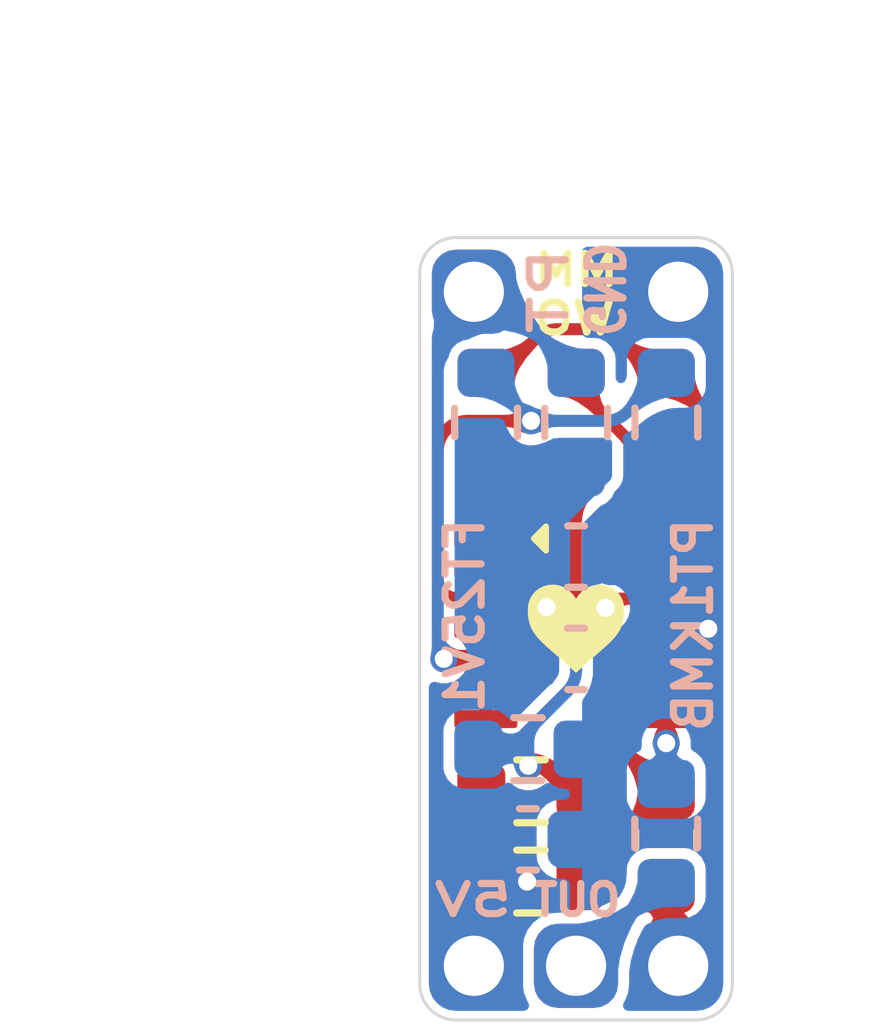
<source format=kicad_pcb>
(kicad_pcb
	(version 20241229)
	(generator "pcbnew")
	(generator_version "9.0")
	(general
		(thickness 1.6)
		(legacy_teardrops no)
	)
	(paper "A4")
	(layers
		(0 "F.Cu" signal)
		(2 "B.Cu" signal)
		(9 "F.Adhes" user "F.Adhesive")
		(11 "B.Adhes" user "B.Adhesive")
		(13 "F.Paste" user)
		(15 "B.Paste" user)
		(5 "F.SilkS" user "F.Silkscreen")
		(7 "B.SilkS" user "B.Silkscreen")
		(1 "F.Mask" user)
		(3 "B.Mask" user)
		(17 "Dwgs.User" user "User.Drawings")
		(19 "Cmts.User" user "User.Comments")
		(21 "Eco1.User" user "User.Eco1")
		(23 "Eco2.User" user "User.Eco2")
		(25 "Edge.Cuts" user)
		(27 "Margin" user)
		(31 "F.CrtYd" user "F.Courtyard")
		(29 "B.CrtYd" user "B.Courtyard")
		(35 "F.Fab" user)
		(33 "B.Fab" user)
	)
	(setup
		(stackup
			(layer "F.SilkS"
				(type "Top Silk Screen")
			)
			(layer "F.Paste"
				(type "Top Solder Paste")
			)
			(layer "F.Mask"
				(type "Top Solder Mask")
				(thickness 0.01)
			)
			(layer "F.Cu"
				(type "copper")
				(thickness 0.035)
			)
			(layer "dielectric 1"
				(type "core")
				(thickness 1.51)
				(material "FR4")
				(epsilon_r 4.5)
				(loss_tangent 0.02)
			)
			(layer "B.Cu"
				(type "copper")
				(thickness 0.035)
			)
			(layer "B.Mask"
				(type "Bottom Solder Mask")
				(thickness 0.01)
			)
			(layer "B.Paste"
				(type "Bottom Solder Paste")
			)
			(layer "B.SilkS"
				(type "Bottom Silk Screen")
			)
			(copper_finish "None")
			(dielectric_constraints no)
		)
		(pad_to_mask_clearance 0)
		(allow_soldermask_bridges_in_footprints no)
		(tenting front back)
		(aux_axis_origin 139.7 92.3)
		(grid_origin 139.7 92.3)
		(pcbplotparams
			(layerselection 0x00000000_00000000_55555555_5755f5ff)
			(plot_on_all_layers_selection 0x00000000_00000000_00000000_00000000)
			(disableapertmacros no)
			(usegerberextensions no)
			(usegerberattributes yes)
			(usegerberadvancedattributes yes)
			(creategerberjobfile no)
			(dashed_line_dash_ratio 12.000000)
			(dashed_line_gap_ratio 3.000000)
			(svgprecision 6)
			(plotframeref no)
			(mode 1)
			(useauxorigin yes)
			(hpglpennumber 1)
			(hpglpenspeed 20)
			(hpglpendiameter 15.000000)
			(pdf_front_fp_property_popups yes)
			(pdf_back_fp_property_popups yes)
			(pdf_metadata yes)
			(pdf_single_document no)
			(dxfpolygonmode yes)
			(dxfimperialunits yes)
			(dxfusepcbnewfont yes)
			(psnegative no)
			(psa4output no)
			(plot_black_and_white yes)
			(sketchpadsonfab no)
			(plotpadnumbers no)
			(hidednponfab no)
			(sketchdnponfab yes)
			(crossoutdnponfab yes)
			(subtractmaskfromsilk no)
			(outputformat 1)
			(mirror no)
			(drillshape 0)
			(scaleselection 1)
			(outputdirectory "gerber/")
		)
	)
	(net 0 "")
	(net 1 "GND")
	(net 2 "+5V")
	(net 3 "Net-(U1C-+)")
	(net 4 "/PT_SIDE")
	(net 5 "/OUT")
	(net 6 "/DIFF_OUT")
	(net 7 "/REF_SIDE")
	(net 8 "/REF_SIDE_BUFFERED")
	(net 9 "/PT_SIDE_BUFFERED")
	(net 10 "Net-(U1D--)")
	(net 11 "Net-(U1D-+)")
	(net 12 "Net-(U1C--)")
	(footprint "Resistor_SMD:R_0603_1608Metric" (layer "F.Cu") (at 138.95 96.5))
	(footprint "MessbrueckePT1000:SOT-23-14" (layer "F.Cu") (at 139.7 92.3 -90))
	(footprint "Capacitor_SMD:C_0603_1608Metric" (layer "F.Cu") (at 141.2 95.8 -90))
	(footprint "MessbrueckePT1000:SolderWire_Small_1mm" (layer "F.Cu") (at 141.4 97.9 90))
	(footprint "Resistor_SMD:R_0603_1608Metric" (layer "F.Cu") (at 138.95 95 180))
	(footprint "MessbrueckePT1000:SolderWire_Small_1mm" (layer "F.Cu") (at 139.7 97.9 90))
	(footprint "LOGO" (layer "F.Cu") (at 139.7 92.3))
	(footprint "Resistor_SMD:R_0603_1608Metric" (layer "F.Cu") (at 139.702775 88.872225 90))
	(footprint "Resistor_SMD:R_0603_1608Metric" (layer "F.Cu") (at 141.202775 88.872225 90))
	(footprint "MessbrueckePT1000:SolderWire_Small_1mm" (layer "F.Cu") (at 138 97.9 90))
	(footprint "MessbrueckePT1000:SolderWire_Small_1mm" (layer "F.Cu") (at 138 86.7 90))
	(footprint "Resistor_SMD:R_0603_1608Metric" (layer "F.Cu") (at 138.202775 88.872225 -90))
	(footprint "MessbrueckePT1000:SolderWire_Small_1mm" (layer "F.Cu") (at 141.4 86.7 90))
	(footprint "Capacitor_SMD:C_0603_1608Metric" (layer "B.Cu") (at 139.7 92.8))
	(footprint "Resistor_SMD:R_0603_1608Metric" (layer "B.Cu") (at 139.702775 88.872225 90))
	(footprint "Resistor_SMD:R_0603_1608Metric" (layer "B.Cu") (at 138.202775 88.872225 90))
	(footprint "Resistor_SMD:R_0603_1608Metric" (layer "B.Cu") (at 141.202775 88.872225 -90))
	(footprint "Resistor_SMD:R_0603_1608Metric" (layer "B.Cu") (at 138.9 94.3))
	(footprint "Capacitor_SMD:C_0603_1608Metric" (layer "B.Cu") (at 138.9 95.8))
	(footprint "Resistor_SMD:R_0603_1608Metric" (layer "B.Cu") (at 141.2 95.7 90))
	(footprint "Capacitor_SMD:C_0603_1608Metric" (layer "B.Cu") (at 139.7 91.1))
	(gr_line
		(start 137.1 98.2)
		(end 137.1 86.4)
		(stroke
			(width 0.05)
			(type default)
		)
		(layer "Edge.Cuts")
		(uuid "039842c0-a314-4da3-8d11-8ba852e29cf8")
	)
	(gr_arc
		(start 137.7 98.8)
		(mid 137.275736 98.624264)
		(end 137.1 98.2)
		(stroke
			(width 0.05)
			(type default)
		)
		(layer "Edge.Cuts")
		(uuid "1aa73764-a3e7-4660-86fc-65d8ede26618")
	)
	(gr_arc
		(start 141.7 85.8)
		(mid 142.124264 85.975736)
		(end 142.3 86.4)
		(stroke
			(width 0.05)
			(type default)
		)
		(layer "Edge.Cuts")
		(uuid "32be23c3-c754-4384-8fbe-f941257bc292")
	)
	(gr_line
		(start 141.7 85.8)
		(end 137.7 85.8)
		(stroke
			(width 0.05)
			(type default)
		)
		(layer "Edge.Cuts")
		(uuid "75107624-6d45-403a-9884-9aee57ed4495")
	)
	(gr_line
		(start 142.3 98.2)
		(end 142.3 86.4)
		(stroke
			(width 0.05)
			(type default)
		)
		(layer "Edge.Cuts")
		(uuid "a6f329b9-348d-4489-ba30-303d45b7be5a")
	)
	(gr_line
		(start 141.7 98.8)
		(end 137.7 98.8)
		(stroke
			(width 0.05)
			(type default)
		)
		(layer "Edge.Cuts")
		(uuid "b750aa3c-d686-4899-b4d1-23469a1aeb1c")
	)
	(gr_arc
		(start 137.1 86.4)
		(mid 137.275736 85.975736)
		(end 137.7 85.8)
		(stroke
			(width 0.05)
			(type default)
		)
		(layer "Edge.Cuts")
		(uuid "c0d342f9-722b-45b2-b88e-8ddd16505796")
	)
	(gr_arc
		(start 142.3 98.2)
		(mid 142.124264 98.624264)
		(end 141.7 98.8)
		(stroke
			(width 0.05)
			(type default)
		)
		(layer "Edge.Cuts")
		(uuid "cf188e96-88f8-474a-9371-119dfa6a49a7")
	)
	(gr_text "MM\nOW"
		(at 138.940847 87.435361 0)
		(layer "F.SilkS")
		(uuid "4f0e3325-c499-4370-83d1-5f91a4b2fb2c")
		(effects
			(font
				(size 0.5 0.6)
				(thickness 0.12)
				(bold yes)
			)
			(justify left bottom)
		)
	)
	(gr_text "PT1KMB"
		(at 142 90.4 90)
		(layer "B.SilkS")
		(uuid "3d7bcf26-07ca-4e11-b962-1ec9e40d474c")
		(effects
			(font
				(size 0.6 0.6)
				(thickness 0.12)
				(bold yes)
			)
			(justify left bottom mirror)
		)
	)
	(gr_text "OUT"
		(at 140.5 97.1 0)
		(layer "B.SilkS")
		(uuid "4e1f589c-750f-41d3-98a0-e45ee1570db1")
		(effects
			(font
				(size 0.5 0.5)
				(thickness 0.12)
				(bold yes)
			)
			(justify left bottom mirror)
		)
	)
	(gr_text "GND"
		(at 139.8 87.5 -90)
		(layer "B.SilkS")
		(uuid "78577803-5125-44fa-9cd9-8ce5a8c710b9")
		(effects
			(font
				(size 0.6 0.5)
				(thickness 0.12)
				(bold yes)
			)
			(justify left bottom mirror)
		)
	)
	(gr_text "FT25V1"
		(at 138.2 90.4 90)
		(layer "B.SilkS")
		(uuid "cc44faa9-18b0-4718-8ca2-09c75317f568")
		(effects
			(font
				(size 0.6 0.6)
				(thickness 0.12)
				(bold yes)
			)
			(justify left bottom mirror)
		)
	)
	(gr_text "PT"
		(at 139.6 85.9 90)
		(layer "B.SilkS")
		(uuid "d7d48339-6cac-40c6-8029-ab367d2ba28b")
		(effects
			(font
				(size 0.6 0.8)
				(thickness 0.12)
				(bold yes)
			)
			(justify left bottom mirror)
		)
	)
	(gr_text "5V"
		(at 138.7 97.1 0)
		(layer "B.SilkS")
		(uuid "e2327bb7-97aa-4311-b179-7e30ced2e092")
		(effects
			(font
				(size 0.5 0.7)
				(thickness 0.12)
				(bold yes)
			)
			(justify left bottom mirror)
		)
	)
	(dimension
		(type orthogonal)
		(layer "Dwgs.User")
		(uuid "92ecb220-9d6f-4100-b94a-f07891ab2f26")
		(pts
			(xy 137.1 86.4) (xy 142.3 86.4)
		)
		(height -2.2)
		(orientation 0)
		(format
			(prefix "")
			(suffix "")
			(units 3)
			(units_format 1)
			(precision 2)
		)
		(style
			(thickness 0.1)
			(arrow_length 1.27)
			(text_position_mode 2)
			(arrow_direction outward)
			(extension_height 0.58642)
			(extension_offset 0.5)
			(keep_text_aligned yes)
		)
		(gr_text "5.20 mm"
			(at 139.7 82.7 0)
			(layer "Dwgs.User")
			(uuid "92ecb220-9d6f-4100-b94a-f07891ab2f26")
			(effects
				(font
					(size 1 1)
					(thickness 0.15)
				)
			)
		)
	)
	(dimension
		(type orthogonal)
		(layer "Dwgs.User")
		(uuid "cdd5c486-c920-447b-9a0c-74e39dc4c6bd")
		(pts
			(xy 137.7 98.8) (xy 137.7 85.8)
		)
		(height -2.1)
		(orientation 1)
		(format
			(prefix "")
			(suffix "")
			(units 3)
			(units_format 1)
			(precision 2)
		)
		(style
			(thickness 0.1)
			(arrow_length 1.27)
			(text_position_mode 2)
			(arrow_direction outward)
			(extension_height 0.58642)
			(extension_offset 0.5)
			(keep_text_aligned yes)
		)
		(gr_text "13.00 mm"
			(at 134.1 92.3 90)
			(layer "Dwgs.User")
			(uuid "cdd5c486-c920-447b-9a0c-74e39dc4c6bd")
			(effects
				(font
					(size 1 1)
					(thickness 0.15)
				)
			)
		)
	)
	(segment
		(start 141.2 97.7)
		(end 141.4 97.9)
		(width 0.2)
		(layer "F.Cu")
		(net 1)
		(uuid "39e8e5d8-b679-4e29-a9c6-365dc04c7f5f")
	)
	(segment
		(start 141.2 92.3)
		(end 141.9 92.3)
		(width 0.2)
		(layer "F.Cu")
		(net 1)
		(uuid "6244b156-8f26-494e-9ba4-209e327eec41")
	)
	(segment
		(start 141.2 96.575)
		(end 141.2 97.7)
		(width 0.2)
		(layer "F.Cu")
		(net 1)
		(uuid "be63f4c0-1e20-4334-b622-c184a4220312")
	)
	(via
		(at 141.9 92.3)
		(size 0.45)
		(drill 0.3)
		(layers "F.Cu" "B.Cu")
		(teardrops
			(best_length_ratio 0.5)
			(max_length 1)
			(best_width_ratio 1)
			(max_width 2)
			(curved_edges yes)
			(filter_ratio 0.9)
			(enabled yes)
			(allow_two_segments yes)
			(prefer_zone_connections yes)
		)
		(net 1)
		(uuid "db455df3-f6f6-4272-a4a7-7d29d29258fb")
	)
	(segment
		(start 138.885609 96.500746)
		(end 138.125746 96.500746)
		(width 0.2)
		(layer "F.Cu")
		(net 2)
		(uuid "2fcb33a2-1224-479d-97c0-d16afe49776a")
	)
	(segment
		(start 138.125746 96.500746)
		(end 138.125 96.5)
		(width 0.2)
		(layer "F.Cu")
		(net 2)
		(uuid "542af446-50d8-4203-8919-45d9adc07a0e")
	)
	(segment
		(start 138.2 92.3)
		(end 138.64314 92.3)
		(width 0.2)
		(layer "F.Cu")
		(net 2)
		(uuid "7b4de602-49a1-48f0-a92d-c89c111451ca")
	)
	(segment
		(start 138.996694 92.153553)
		(end 139.209731 91.940516)
		(width 0.2)
		(layer "F.Cu")
		(net 2)
		(uuid "bf8f81b7-d374-4486-9838-3e1a162f0ce8")
	)
	(via
		(at 138.885609 96.500746)
		(size 0.45)
		(drill 0.3)
		(layers "F.Cu" "B.Cu")
		(teardrops
			(best_length_ratio 0.5)
			(max_length 1)
			(best_width_ratio 1)
			(max_width 2)
			(curved_edges yes)
			(filter_ratio 0.9)
			(enabled yes)
			(allow_two_segments yes)
			(prefer_zone_connections yes)
		)
		(net 2)
		(uuid "6e353139-3afb-4deb-a011-83f70e17a351")
	)
	(via
		(at 139.209731 91.940516)
		(size 0.45)
		(drill 0.3)
		(layers "F.Cu" "B.Cu")
		(teardrops
			(best_length_ratio 0.5)
			(max_length 1)
			(best_width_ratio 1)
			(max_width 2)
			(curved_edges yes)
			(filter_ratio 0.9)
			(enabled yes)
			(allow_two_segments yes)
			(prefer_zone_connections yes)
		)
		(net 2)
		(uuid "e4364529-85ed-4048-b337-718e4280cd69")
	)
	(arc
		(start 138.64314 92.3)
		(mid 138.834482 92.26194)
		(end 138.996694 92.153553)
		(width 0.2)
		(layer "F.Cu")
		(net 2)
		(uuid "1fa2fbfd-0618-47f0-bf8b-9303423f6578")
	)
	(segment
		(start 138.125 95.8)
		(end 138.184863 95.8)
		(width 0.2)
		(layer "B.Cu")
		(net 2)
		(uuid "03f7c488-aefc-4806-ade0-f701371fca4a")
	)
	(segment
		(start 138.184863 95.8)
		(end 138.885609 96.500746)
		(width 0.2)
		(layer "B.Cu")
		(net 2)
		(uuid "71175fd3-dd26-4f5b-a441-26c7e7e02521")
	)
	(segment
		(start 141.2 92.8)
		(end 140.572908 92.8)
		(width 0.2)
		(layer "F.Cu")
		(net 3)
		(uuid "0f62dd5e-a38a-4468-851a-5476a72eee67")
	)
	(segment
		(start 139.7 89.7)
		(end 139.702775 89.697225)
		(width 0.2)
		(layer "F.Cu")
		(net 3)
		(uuid "11d4a239-477f-4b16-88fd-fd5122b55585")
	)
	(segment
		(start 140.219354 92.653553)
		(end 139.843671 92.27787)
		(width 0.2)
		(layer "F.Cu")
		(net 3)
		(uuid "16b80c7b-0dae-4c52-8cf8-c29192ac11cd")
	)
	(segment
		(start 139.775 96.5)
		(end 141.2 95.025)
		(width 0.2)
		(layer "F.Cu")
		(net 3)
		(uuid "3b6534f9-acef-4f8b-b05b-1a3d7a658b70")
	)
	(segment
		(start 140.227553 92.661752)
		(end 139.843671 92.27787)
		(width 0.2)
		(layer "F.Cu")
		(net 3)
		(uuid "6d29efab-bd89-4037-b0b1-69086cfb98f9")
	)
	(segment
		(start 140.704 92.8)
		(end 141.2 92.8)
		(width 0.2)
		(layer "F.Cu")
		(net 3)
		(uuid "c4752bfa-3f13-4616-a3c3-34f9141bf838")
	)
	(segment
		(start 139.697225 91.924317)
		(end 139.697225 89.377775)
		(width 0.2)
		(layer "F.Cu")
		(net 3)
		(uuid "c51926bc-818f-4c33-aafb-d77b95700e71")
	)
	(segment
		(start 140.374 93.991893)
		(end 140.374 93.015306)
		(width 0.2)
		(layer "F.Cu")
		(net 3)
		(uuid "cffb0c66-ce79-48f4-b43c-6141bd306e87")
	)
	(segment
		(start 141.2 95.025)
		(end 140.520446 94.345446)
		(width 0.2)
		(layer "F.Cu")
		(net 3)
		(uuid "ee1cdc6c-ef90-4d91-b6b8-7d4435c72be3")
	)
	(segment
		(start 140.374 93.991893)
		(end 140.374 93.13)
		(width 0.2)
		(layer "F.Cu")
		(net 3)
		(uuid "f0ed0f0d-399d-4fc7-ae9e-06ef9104f6dd")
	)
	(arc
		(start 140.520446 94.345446)
		(mid 140.41206 94.183234)
		(end 140.374 93.991893)
		(width 0.2)
		(layer "F.Cu")
		(net 3)
		(uuid "15f2c1ea-c06f-49b2-aac2-8b7b82ae54d8")
	)
	(arc
		(start 139.843671 92.27787)
		(mid 139.735285 92.115658)
		(end 139.697225 91.924317)
		(width 0.2)
		(layer "F.Cu")
		(net 3)
		(uuid "27a1903e-8069-4971-a563-618d6311ed17")
	)
	(arc
		(start 140.374 93.015306)
		(mid 140.33594 92.823964)
		(end 140.227553 92.661752)
		(width 0.2)
		(layer "F.Cu")
		(net 3)
		(uuid "5784facf-41af-4957-a60d-a2276fed951b")
	)
	(arc
		(start 140.219354 92.653553)
		(mid 140.381566 92.76194)
		(end 140.572908 92.8)
		(width 0.2)
		(layer "F.Cu")
		(net 3)
		(uuid "8c4c7368-b9c2-406e-844a-a7ac74f7a816")
	)
	(arc
		(start 140.374 93.13)
		(mid 140.470655 92.896655)
		(end 140.704 92.8)
		(width 0.2)
		(layer "F.Cu")
		(net 3)
		(uuid "afd7b12b-84c2-4902-b974-0a3000fd68bd")
	)
	(segment
		(start 138.2 92.8)
		(end 137.5 92.8)
		(width 0.2)
		(layer "F.Cu")
		(net 4)
		(uuid "8a056999-bf99-4bc7-a439-cf900d583087")
	)
	(via
		(at 137.5 92.8)
		(size 0.45)
		(drill 0.3)
		(layers "F.Cu" "B.Cu")
		(teardrops
			(best_length_ratio 0.5)
			(max_length 1)
			(best_width_ratio 1)
			(max_width 2)
			(curved_edges yes)
			(filter_ratio 0.9)
			(enabled yes)
			(allow_two_segments yes)
			(prefer_zone_connections yes)
		)
		(net 4)
		(uuid "ae5b6583-9558-43cd-9d9e-b6d365c4e697")
	)
	(segment
		(start 138.35555 86.7)
		(end 138 86.7)
		(width 0.2)
		(layer "B.Cu")
		(net 4)
		(uuid "1761053b-0304-4906-8494-79fc87f69efc")
	)
	(segment
		(start 137.473224 92.773224)
		(end 137.5 92.8)
		(width 0.2)
		(layer "B.Cu")
		(net 4)
		(uuid "a703ca54-4d3a-44b6-9898-0dbd55b3a4f3")
	)
	(segment
		(start 139.702775 88.047225)
		(end 138.35555 86.7)
		(width 0.2)
		(layer "B.Cu")
		(net 4)
		(uuid "b0c3c745-41a7-465c-bd98-6da626bfe216")
	)
	(segment
		(start 138 86.7)
		(end 137.546446 87.153554)
		(width 0.2)
		(layer "B.Cu")
		(net 4)
		(uuid "c83adcc0-a3d0-4233-81cf-c70a8653a13f")
	)
	(segment
		(start 137.4 87.507107)
		(end 137.4 92.596447)
		(width 0.2)
		(layer "B.Cu")
		(net 4)
		(uuid "e223d7af-a736-41eb-8b73-795e1a8d5725")
	)
	(arc
		(start 137.4 87.507107)
		(mid 137.43806 87.315766)
		(end 137.546446 87.153554)
		(width 0.2)
		(layer "B.Cu")
		(net 4)
		(uuid "2627f23b-6f73-4d8f-a187-954e0dbf4c1f")
	)
	(arc
		(start 137.4 92.596447)
		(mid 137.41903 92.692118)
		(end 137.473224 92.773224)
		(width 0.2)
		(layer "B.Cu")
		(net 4)
		(uuid "66196a9b-d8ca-4d3a-9004-35c7af146afe")
	)
	(segment
		(start 139.7 97.9)
		(end 139.725 97.9)
		(width 0.2)
		(layer "B.Cu")
		(net 5)
		(uuid "9bdb60ff-ac74-47d1-89c3-04d25f5fe9e4")
	)
	(segment
		(start 139.725 97.9)
		(end 141.1 96.525)
		(width 0.2)
		(layer "B.Cu")
		(net 5)
		(uuid "cd02e03a-dc93-4d4a-84dc-d82470256677")
	)
	(segment
		(start 141.202775 89.697225)
		(end 141.2 90.8)
		(width 0.2)
		(layer "F.Cu")
		(net 6)
		(uuid "79f0a170-8343-4ce3-ad67-282740caa4a7")
	)
	(segment
		(start 141.202775 89.797225)
		(end 139.702775 88.297225)
		(width 0.2)
		(layer "F.Cu")
		(net 6)
		(uuid "f38d33ad-96c7-4d51-b20a-d81b17dcbac5")
	)
	(segment
		(start 138.2 91.8)
		(end 137.73 91.8)
		(width 0.2)
		(layer "F.Cu")
		(net 7)
		(uuid "44e4e93a-efd7-474c-a27a-c7d9caa02ada")
	)
	(segment
		(start 137.9 88.844908)
		(end 138.951663 88.844908)
		(width 0.2)
		(layer "F.Cu")
		(net 7)
		(uuid "93049a92-e3aa-429b-9057-edb1ea45b397")
	)
	(segment
		(start 137.4 91.47)
		(end 137.4 89.344908)
		(width 0.2)
		(layer "F.Cu")
		(net 7)
		(uuid "fa4de8dc-c161-4ead-93f5-b06f2a3340a8")
	)
	(via
		(at 138.951663 88.844908)
		(size 0.45)
		(drill 0.3)
		(layers "F.Cu" "B.Cu")
		(teardrops
			(best_length_ratio 0.5)
			(max_length 1)
			(best_width_ratio 1)
			(max_width 2)
			(curved_edges yes)
			(filter_ratio 0.9)
			(enabled yes)
			(allow_two_segments yes)
			(prefer_zone_connections yes)
		)
		(net 7)
		(uuid "7e1c176b-54cc-460e-ba9a-2bf9d81ab474")
	)
	(arc
		(start 137.4 89.344908)
		(mid 137.546447 88.991355)
		(end 137.9 88.844908)
		(width 0.2)
		(layer "F.Cu")
		(net 7)
		(uuid "84bc5542-7de0-4abe-9ea1-d0c8cbec92bf")
	)
	(arc
		(start 137.4 91.47)
		(mid 137.496655 91.703345)
		(end 137.73 91.8)
		(width 0.2)
		(layer "F.Cu")
		(net 7)
		(uuid "8ccee52f-2499-4476-9b3d-2d16487ef713")
	)
	(segment
		(start 140.551539 88.698461)
		(end 141.202775 88.047225)
		(width 0.2)
		(layer "B.Cu")
		(net 7)
		(uuid "82350797-9a0b-4911-b7a4-fac92045c208")
	)
	(segment
		(start 138.202775 88.047225)
		(end 138.202775 88.09602)
		(width 0.2)
		(layer "B.Cu")
		(net 7)
		(uuid "a203e18b-14b9-4cbf-9e54-490aa4d34029")
	)
	(segment
		(start 138.202775 88.09602)
		(end 138.951663 88.844908)
		(width 0.2)
		(layer "B.Cu")
		(net 7)
		(uuid "dca4cccf-8208-43c6-b557-4cfe9bb4d952")
	)
	(segment
		(start 138.951663 88.844908)
		(end 140.197985 88.844908)
		(width 0.2)
		(layer "B.Cu")
		(net 7)
		(uuid "fc9d43d7-4142-4bff-adec-9e1b765b742e")
	)
	(arc
		(start 140.551539 88.698461)
		(mid 140.389327 88.806848)
		(end 140.197985 88.844908)
		(width 0.2)
		(layer "B.Cu")
		(net 7)
		(uuid "7e2c07aa-888c-4e37-b4b4-53820a7b5080")
	)
	(segment
		(start 138.2 91.3)
		(end 138.202775 89.697225)
		(width 0.2)
		(layer "F.Cu")
		(net 8)
		(uuid "649feed1-8368-4547-86fe-30dbf4eb5dec")
	)
	(segment
		(start 138.2 94.975)
		(end 138.125 95.05)
		(width 0.2)
		(layer "F.Cu")
		(net 9)
		(uuid "713eb487-3562-47c5-8b96-7b32eb89e408")
	)
	(segment
		(start 138.2 93.3)
		(end 138.2 94.975)
		(width 0.2)
		(layer "F.Cu")
		(net 9)
		(uuid "c0c62f61-29d5-4cc8-8c77-dee891170b40")
	)
	(segment
		(start 140.978881 88.047225)
		(end 140.400327 87.468671)
		(width 0.2)
		(layer "F.Cu")
		(net 10)
		(uuid "0f6ae7ae-f371-4a5a-ae7b-cc035d166a11")
	)
	(segment
		(start 142 90.97)
		(end 142 89.051557)
		(width 0.2)
		(layer "F.Cu")
		(net 10)
		(uuid "165657ea-7b15-498f-b9ef-193b9b96daac")
	)
	(segment
		(start 138.460943 88.047225)
		(end 138.202775 88.047225)
		(width 0.2)
		(layer "F.Cu")
		(net 10)
		(uuid "26eb557a-39cd-4361-8e3a-9c90ce8fe53f")
	)
	(segment
		(start 140.046774 87.322225)
		(end 139.39305 87.322225)
		(width 0.2)
		(layer "F.Cu")
		(net 10)
		(uuid "2b975958-4896-40fc-afd0-b698d03f0b90")
	)
	(segment
		(start 141.2 91.3)
		(end 141.67 91.3)
		(width 0.2)
		(layer "F.Cu")
		(net 10)
		(uuid "400f930a-629f-4180-b12a-095f3fd07c48")
	)
	(segment
		(start 141.853553 88.698003)
		(end 141.202775 88.047225)
		(width 0.2)
		(layer "F.Cu")
		(net 10)
		(uuid "8718dc68-c76a-4f3b-a517-172c117f5164")
	)
	(segment
		(start 141.202775 88.047225)
		(end 140.978881 88.047225)
		(width 0.2)
		(layer "F.Cu")
		(net 10)
		(uuid "a5aee30e-a4fc-4da8-ac24-ad6891dbb497")
	)
	(segment
		(start 139.039496 87.468672)
		(end 138.460943 88.047225)
		(width 0.2)
		(layer "F.Cu")
		(net 10)
		(uuid "a7db3211-6a6a-4839-b9b6-92f41b5e587f")
	)
	(arc
		(start 142 89.051557)
		(mid 141.96194 88.860215)
		(end 141.853553 88.698003)
		(width 0.2)
		(layer "F.Cu")
		(net 10)
		(uuid "3ccc3f16-d5ee-4a47-b696-c9e3dc73c467")
	)
	(arc
		(start 142 90.97)
		(mid 141.903345 91.203345)
		(end 141.67 91.3)
		(width 0.2)
		(layer "F.Cu")
		(net 10)
		(uuid "568cb605-7a91-4b5b-bd19-2c6853a2c345")
	)
	(arc
		(start 140.400327 87.468671)
		(mid 140.238115 87.360285)
		(end 140.046774 87.322225)
		(width 0.2)
		(layer "F.Cu")
		(net 10)
		(uuid "d22b60ca-f469-40a5-8bd9-ed2b6a6dac1d")
	)
	(arc
		(start 139.39305 87.322225)
		(mid 139.201708 87.360285)
		(end 139.039496 87.468672)
		(width 0.2)
		(layer "F.Cu")
		(net 10)
		(uuid "e731b443-cdb7-48f8-9152-ff11ef18ccee")
	)
	(segment
		(start 141.2 91.8)
		(end 140.444631 91.8)
		(width 0.2)
		(layer "F.Cu")
		(net 11)
		(uuid "2e4e4003-d3fc-4b3f-a184-9e728b384cb9")
	)
	(segment
		(start 138.905612 94.576055)
		(end 139.143948 94.576055)
		(width 0.2)
		(layer "F.Cu")
		(net 11)
		(uuid "59320c07-9692-4c51-a09f-8507bde0400c")
	)
	(segment
		(start 140.267854 91.873224)
		(end 140.190855 91.950223)
		(width 0.2)
		(layer "F.Cu")
		(net 11)
		(uuid "77642dba-aad8-4ca5-9f3a-e247937fede0")
	)
	(segment
		(start 139.497502 94.722502)
		(end 139.775 95)
		(width 0.2)
		(layer "F.Cu")
		(net 11)
		(uuid "fcd93f43-e121-44e2-a7cc-e278a32096de")
	)
	(via
		(at 138.905612 94.576055)
		(size 0.45)
		(drill 0.3)
		(layers "F.Cu" "B.Cu")
		(teardrops
			(best_length_ratio 0.5)
			(max_length 1)
			(best_width_ratio 1)
			(max_width 2)
			(curved_edges yes)
			(filter_ratio 0.9)
			(enabled yes)
			(allow_two_segments yes)
			(prefer_zone_connections yes)
		)
		(net 11)
		(uuid "19f794e7-5d78-4dea-917b-2613136069ae")
	)
	(via
		(at 140.190855 91.950223)
		(size 0.45)
		(drill 0.3)
		(layers "F.Cu" "B.Cu")
		(teardrops
			(best_length_ratio 0.5)
			(max_length 1)
			(best_width_ratio 1)
			(max_width 2)
			(curved_edges yes)
			(filter_ratio 0.9)
			(enabled yes)
			(allow_two_segments yes)
			(prefer_zone_connections yes)
		)
		(net 11)
		(uuid "c722f6c6-8bbe-49a4-bb46-f736eecf3545")
	)
	(arc
		(start 140.267854 91.873224)
		(mid 140.34896 91.819031)
		(end 140.444631 91.8)
		(width 0.2)
		(layer "F.Cu")
		(net 11)
		(uuid "1fc000f6-cdb7-4ce9-a5ba-1c8cee591f74")
	)
	(arc
		(start 139.497502 94.722502)
		(mid 139.33529 94.614115)
		(end 139.143948 94.576055)
		(width 0.2)
		(layer "F.Cu")
		(net 11)
		(uuid "4141d62b-e4d3-4961-8297-8b3bb594489a")
	)
	(segment
		(start 138.776004 94.446447)
		(end 138.905612 94.576055)
		(width 0.2)
		(layer "B.Cu")
		(net 11)
		(uuid "1e7df3aa-cf44-421c-8c4d-dbc4de443418")
	)
	(segment
		(start 138.905612 94.195211)
		(end 138.905612 94.3)
		(width 0.2)
		(layer "B.Cu")
		(net 11)
		(uuid "445d48a8-5598-4c6a-89ec-41bc12061d02")
	)
	(segment
		(start 138.740163 94.153553)
		(end 139.052058 93.841658)
		(width 0.2)
		(layer "B.Cu")
		(net 11)
		(uuid "4dc67eca-9347-486b-adb4-e9e2bcc0f5c4")
	)
	(segment
		(start 139.700583 92.986026)
		(end 139.700583 92.627124)
		(width 0.2)
		(layer "B.Cu")
		(net 11)
		(uuid "56b93350-d485-419a-ad76-e8cdd7053c6a")
	)
	(segment
		(start 139.84703 92.27357)
		(end 140.170377 91.950223)
		(width 0.2)
		(layer "B.Cu")
		(net 11)
		(uuid "697e3163-197c-405a-a070-6b339f531c96")
	)
	(segment
		(start 138.075 94.3)
		(end 138.386609 94.3)
		(width 0.2)
		(layer "B.Cu")
		(net 11)
		(uuid "6eb11444-7187-425d-8164-4f1f97aac849")
	)
	(segment
		(start 138.075 94.3)
		(end 138.42245 94.3)
		(width 0.2)
		(layer "B.Cu")
		(net 11)
		(uuid "71a18558-d776-42be-b3ba-251c847e690c")
	)
	(segment
		(start 138.075 94.3)
		(end 138.905612 94.3)
		(width 0.2)
		(layer "B.Cu")
		(net 11)
		(uuid "af1838c3-1da2-424a-80bb-c5b9b0241b18")
	)
	(segment
		(start 138.905612 94.3)
		(end 138.905612 94.576055)
		(width 0.2)
		(layer "B.Cu")
		(net 11)
		(uuid "b9563788-5660-4144-b2e7-dd935cdc8515")
	)
	(segment
		(start 139.554137 93.339579)
		(end 139.052058 93.841658)
		(width 0.2)
		(layer "B.Cu")
		(net 11)
		(uuid "c0da6542-f1b5-4d44-8fb0-f2bdf119a294")
	)
	(segment
		(start 140.170377 91.950223)
		(end 140.190855 91.950223)
		(width 0.2)
		(layer "B.Cu")
		(net 11)
		(uuid "cc82ea76-68f3-460e-bdf3-78aab2e793bc")
	)
	(arc
		(start 138.386609 94.3)
		(mid 138.577951 94.26194)
		(end 138.740163 94.153553)
		(width 0.2)
		(layer "B.Cu")
		(net 11)
		(uuid "22323f53-2d43-4094-ae00-d452105bf026")
	)
	(arc
		(start 139.700583 92.986026)
		(mid 139.662523 93.177367)
		(end 139.554137 93.339579)
		(width 0.2)
		(layer "B.Cu")
		(net 11)
		(uuid "4d58e4d7-474a-4a99-b24f-d009634c8ead")
	)
	(arc
		(start 139.052058 93.841658)
		(mid 138.943672 94.00387)
		(end 138.905612 94.195211)
		(width 0.2)
		(layer "B.Cu")
		(net 11)
		(uuid "7f87ccdd-8c66-4e7e-a83c-9d90e6d3e8d2")
	)
	(arc
		(start 138.776004 94.446447)
		(mid 138.613792 94.33806)
		(end 138.42245 94.3)
		(width 0.2)
		(layer "B.Cu")
		(net 11)
		(uuid "b2d59e90-6bf0-4170-8c64-22f19a922657")
	)
	(arc
		(start 139.700583 92.627124)
		(mid 139.738643 92.435782)
		(end 139.84703 92.27357)
		(width 0.2)
		(layer "B.Cu")
		(net 11)
		(uuid "d5c574ff-e1f7-427c-a092-fca721ea26f0")
	)
	(segment
		(start 141.2 93.8)
		(end 141.2 94.2)
		(width 0.2)
		(layer "F.Cu")
		(net 12)
		(uuid "6475e78d-07ab-4305-8d3f-b04f42cdd5f4")
	)
	(segment
		(start 141.2 93.3)
		(end 141.2 93.8)
		(width 0.2)
		(layer "F.Cu")
		(net 12)
		(uuid "b7aedbc1-1251-4148-8d38-3b2be684640f")
	)
	(via
		(at 141.2 94.2)
		(size 0.45)
		(drill 0.3)
		(layers "F.Cu" "B.Cu")
		(teardrops
			(best_length_ratio 0.5)
			(max_length 1)
			(best_width_ratio 1)
			(max_width 2)
			(curved_edges yes)
			(filter_ratio 0.9)
			(enabled yes)
			(allow_two_segments yes)
			(prefer_zone_connections yes)
		)
		(net 12)
		(uuid "abd74578-e3e6-4896-b213-7b3dec80d53b")
	)
	(segment
		(start 141.2 94.875)
		(end 141.2 94.2)
		(width 0.2)
		(layer "B.Cu")
		(net 12)
		(uuid "8f7f15ec-6112-4fd6-9b9e-debe1a85e832")
	)
	(zone
		(net 3)
		(net_name "Net-(U1C-+)")
		(layer "F.Cu")
		(uuid "018bdc76-20ef-49e2-98da-d888589aaaf3")
		(name "$teardrop_padvia$")
		(hatch full 0.1)
		(priority 30028)
		(attr
			(teardrop
				(type padvia)
			)
		)
		(connect_pads yes
			(clearance 0)
		)
		(min_thickness 0.0254)
		(filled_areas_thickness no)
		(fill yes
			(thermal_gap 0.5)
			(thermal_bridge_width 0.5)
			(island_removal_mode 1)
			(island_area_min 10)
		)
		(polygon
			(pts
				(xy 140.592622 92.928374) (xy 140.607295 92.922879) (xy 140.671594 92.90683) (xy 140.702548 92.916445)
				(xy 140.725 92.95) (xy 141.200809 92.799413) (xy 140.67764 92.686723) (xy 140.659277 92.716588)
				(xy 140.598442 92.740835) (xy 140.533686 92.753946) (xy 140.475065 92.766573)
			)
		)
		(filled_polygon
			(layer "F.Cu")
			(pts
				(xy 141.157698 92.790127) (xy 141.165063 92.795218) (xy 141.166671 92.804028) (xy 141.161579 92.811394)
				(xy 141.158763 92.812719) (xy 140.73337 92.94735) (xy 140.724449 92.946579) (xy 140.720116 92.942701)
				(xy 140.702548 92.916445) (xy 140.702545 92.916443) (xy 140.671594 92.906829) (xy 140.607287 92.922881)
				(xy 140.600957 92.925252) (xy 140.592008 92.924944) (xy 140.587389 92.921172) (xy 140.508592 92.812719)
				(xy 140.485622 92.781104) (xy 140.483532 92.772398) (xy 140.488211 92.764763) (xy 140.49262 92.762791)
				(xy 140.533686 92.753946) (xy 140.598442 92.740835) (xy 140.659277 92.716588) (xy 140.673304 92.693774)
				(xy 140.680555 92.688523) (xy 140.685732 92.688466)
			)
		)
	)
	(zone
		(net 8)
		(net_name "/REF_SIDE_BUFFERED")
		(layer "F.Cu")
		(uuid "042c358f-7d61-4b84-ab9c-2edf77a12174")
		(name "$teardrop_padvia$")
		(hatch full 0.1)
		(priority 30037)
		(attr
			(teardrop
				(type padvia)
			)
		)
		(connect_pads yes
			(clearance 0)
		)
		(min_thickness 0.0254)
		(filled_areas_thickness no)
		(fill yes
			(thermal_gap 0.5)
			(thermal_bridge_width 0.5)
			(island_removal_mode 1)
			(island_area_min 10)
		)
		(polygon
			(pts
				(xy 138.10052 90.999828) (xy 138.102081 91.025916) (xy 138.100904 91.10617) (xy 138.085064 91.137441)
				(xy 138.05026 91.15) (xy 138.199999 91.300999) (xy 138.350261 91.15) (xy 138.326917 91.145336) (xy 138.311257 91.132691)
				(xy 138.297058 91.08783) (xy 138.298869 91.026182) (xy 138.300519 91.000174)
			)
		)
		(filled_polygon
			(layer "F.Cu")
			(pts
				(xy 138.288075 91.000152) (xy 138.296341 91.003593) (xy 138.299754 91.011872) (xy 138.299731 91.012592)
				(xy 138.298868 91.026192) (xy 138.297057 91.087829) (xy 138.311256 91.13269) (xy 138.311257 91.132691)
				(xy 138.326917 91.145336) (xy 138.328878 91.145727) (xy 138.33632 91.150707) (xy 138.338062 91.15949)
				(xy 138.334881 91.165454) (xy 138.208306 91.29265) (xy 138.200042 91.296097) (xy 138.19176 91.29269)
				(xy 138.191705 91.292635) (xy 138.06317 91.163019) (xy 138.059778 91.154732) (xy 138.06324 91.146473)
				(xy 138.067501 91.143778) (xy 138.085064 91.137441) (xy 138.100904 91.10617) (xy 138.102081 91.025916)
				(xy 138.101263 91.012247) (xy 138.104189 91.003785) (xy 138.112243 90.99987) (xy 138.112945 90.999849)
			)
		)
	)
	(zone
		(net 1)
		(net_name "GND")
		(layer "F.Cu")
		(uuid "0e0ca6e5-9647-4d53-85fd-1b6c5b421a2e")
		(name "$teardrop_padvia$")
		(hatch full 0.1)
		(priority 30024)
		(attr
			(teardrop
				(type padvia)
			)
		)
		(connect_pads yes
			(clearance 0)
		)
		(min_thickness 0.0254)
		(filled_areas_thickness no)
		(fill yes
			(thermal_gap 0.5)
			(thermal_bridge_width 0.5)
			(island_removal_mode 1)
			(island_area_min 10)
		)
		(polygon
			(pts
				(xy 141.875 92.2) (xy 141.842586 92.201977) (xy 141.752491 92.201917) (xy 141.714912 92.187075)
				(xy 141.694134 92.153806) (xy 141.199 92.3) (xy 141.694134 92.446194) (xy 141.703513 92.424441)
				(xy 141.719693 92.409682) (xy 141.773406 92.395651) (xy 141.842586 92.398023) (xy 141.875 92.4)
			)
		)
		(filled_polygon
			(layer "F.Cu")
			(pts
				(xy 141.694511 92.157267) (xy 141.698842 92.161346) (xy 141.71491 92.187073) (xy 141.714911 92.187073)
				(xy 141.714912 92.187075) (xy 141.752491 92.201917) (xy 141.842586 92.201977) (xy 141.862588 92.200757)
				(xy 141.871054 92.203674) (xy 141.874978 92.211723) (xy 141.875 92.212435) (xy 141.875 92.387564)
				(xy 141.871573 92.395837) (xy 141.8633 92.399264) (xy 141.862588 92.399242) (xy 141.842593 92.398022)
				(xy 141.775266 92.395714) (xy 141.773406 92.395651) (xy 141.773405 92.395651) (xy 141.773402 92.395651)
				(xy 141.719693 92.409681) (xy 141.719692 92.409681) (xy 141.703513 92.42444) (xy 141.698241 92.436668)
				(xy 141.691818 92.442908) (xy 141.684184 92.443256) (xy 141.480871 92.383225) (xy 141.237002 92.31122)
				(xy 141.230039 92.305592) (xy 141.229095 92.296687) (xy 141.234724 92.289723) (xy 141.237001 92.288779)
				(xy 141.685608 92.156323)
			)
		)
	)
	(zone
		(net 1)
		(net_name "GND")
		(layer "F.Cu")
		(uuid "1a631609-e1c8-4878-87b7-ad118154d88b")
		(name "$teardrop_padvia$")
		(hatch full 0.1)
		(priority 30003)
		(attr
			(teardrop
				(type padvia)
			)
		)
		(connect_pads yes
			(clearance 0)
		)
		(min_thickness 0.0254)
		(filled_areas_thickness no)
		(fill yes
			(thermal_gap 0.5)
			(thermal_bridge_width 0.5)
			(island_removal_mode 1)
			(island_area_min 10)
		)
		(polygon
			(pts
				(xy 141.3 97.475) (xy 141.319692 97.335555) (xy 141.347685 97.244958) (xy 141.387441 97.153245)
				(xy 141.432851 97.07497) (xy 141.487227 97.005009) (xy 141.538128 96.957068) (xy 141.594723 96.919953)
				(xy 141.65 96.897886) (xy 141.2 96.574) (xy 140.75 96.897886) (xy 140.844186 96.943766) (xy 140.933752 97.02944)
				(xy 141.015334 97.1588) (xy 141.077253 97.323703) (xy 141.1 97.475)
			)
		)
		(filled_polygon
			(layer "F.Cu")
			(pts
				(xy 141.206833 96.578918) (xy 141.632693 96.885429) (xy 141.637406 96.893043) (xy 141.635354 96.90176)
				(xy 141.630196 96.905791) (xy 141.594722 96.919953) (xy 141.59472 96.919954) (xy 141.538133 96.957063)
				(xy 141.538127 96.957069) (xy 141.48723 97.005005) (xy 141.487226 97.00501) (xy 141.432848 97.074974)
				(xy 141.432847 97.074974) (xy 141.387448 97.15323) (xy 141.387438 97.153249) (xy 141.347686 97.244954)
				(xy 141.347685 97.244958) (xy 141.319692 97.335555) (xy 141.319691 97.335558) (xy 141.319691 97.33556)
				(xy 141.31969 97.335562) (xy 141.301421 97.464936) (xy 141.296871 97.472649) (xy 141.289836 97.475)
				(xy 141.110073 97.475) (xy 141.1018 97.471573) (xy 141.098503 97.46504) (xy 141.079036 97.335562)
				(xy 141.077253 97.323703) (xy 141.015334 97.1588) (xy 140.933753 97.029441) (xy 140.933753 97.02944)
				(xy 140.844186 96.943766) (xy 140.844185 96.943765) (xy 140.767603 96.906461) (xy 140.761666 96.899758)
				(xy 140.762209 96.890819) (xy 140.76589 96.886448) (xy 141.193165 96.578918) (xy 141.201882 96.576867)
			)
		)
	)
	(zone
		(net 7)
		(net_name "/REF_SIDE")
		(layer "F.Cu")
		(uuid "2266ecb6-eda7-479a-8407-daf0b0886956")
		(name "$teardrop_padvia$")
		(hatch full 0.1)
		(priority 30031)
		(attr
			(teardrop
				(type padvia)
			)
		)
		(connect_pads yes
			(clearance 0)
		)
		(min_thickness 0.0254)
		(filled_areas_thickness no)
		(fill yes
			(thermal_gap 0.5)
			(thermal_bridge_width 0.5)
			(island_removal_mode 1)
			(island_area_min 10)
		)
		(polygon
			(pts
				(xy 137.480526 91.818505) (xy 137.546643 91.836635) (xy 137.633044 91.860515) (xy 137.663414 91.877935)
				(xy 137.675243 91.901225) (xy 138.200809 91.800587) (xy 137.725 91.65) (xy 137.71206 91.673796)
				(xy 137.695056 91.685496) (xy 137.654107 91.683291) (xy 137.613722 91.664664) (xy 137.598083 91.656703)
			)
		)
		(filled_polygon
			(layer "F.Cu")
			(pts
				(xy 137.734197 91.65291) (xy 138.156729 91.786636) (xy 138.163583 91.7924) (xy 138.164354 91.801321)
				(xy 138.15859 91.808175) (xy 138.155399 91.809282) (xy 137.683888 91.899569) (xy 137.675118 91.897759)
				(xy 137.671256 91.893376) (xy 137.663413 91.877934) (xy 137.633044 91.860515) (xy 137.546643 91.836635)
				(xy 137.546631 91.836631) (xy 137.49684 91.822978) (xy 137.489768 91.817486) (xy 137.488651 91.808601)
				(xy 137.490466 91.804823) (xy 137.592212 91.664783) (xy 137.599846 91.660105) (xy 137.606984 91.661234)
				(xy 137.613739 91.664673) (xy 137.641295 91.677382) (xy 137.654107 91.683291) (xy 137.695056 91.685496)
				(xy 137.71206 91.673796) (xy 137.72039 91.658476) (xy 137.727353 91.652846)
			)
		)
	)
	(zone
		(net 11)
		(net_name "Net-(U1D-+)")
		(layer "F.Cu")
		(uuid "2d5723d7-c574-4359-89a5-16c96b4c16dc")
		(name "$teardrop_padvia$")
		(hatch full 0.1)
		(priority 30021)
		(attr
			(teardrop
				(type padvia)
			)
		)
		(connect_pads yes
			(clearance 0)
		)
		(min_thickness 0.0254)
		(filled_areas_thickness no)
		(fill yes
			(thermal_gap 0.5)
			(thermal_bridge_width 0.5)
			(island_removal_mode 1)
			(island_area_min 10)
		)
		(polygon
			(pts
				(xy 139.386283 94.525117) (xy 139.357714 94.5086) (xy 139.169811 94.410257) (xy 139.080813 94.383392)
				(xy 138.949507 94.355378) (xy 138.904746 94.575555) (xy 138.949507 94.796732) (xy 139.040773 94.762231)
				(xy 139.101228 94.720035) (xy 139.140362 94.691743) (xy 139.180408 94.674093) (xy 139.227126 94.673984)
				(xy 139.286279 94.698317)
			)
		)
		(filled_polygon
			(layer "F.Cu")
			(pts
				(xy 139.080352 94.383293) (xy 139.081249 94.383523) (xy 139.168751 94.409937) (xy 139.170795 94.410772)
				(xy 139.357501 94.508488) (xy 139.357913 94.508715) (xy 139.37616 94.519264) (xy 139.381607 94.526371)
				(xy 139.380436 94.535243) (xy 139.291396 94.689453) (xy 139.284292 94.694904) (xy 139.276813 94.694423)
				(xy 139.227129 94.673984) (xy 139.227124 94.673983) (xy 139.180407 94.674093) (xy 139.140363 94.691742)
				(xy 139.101268 94.720005) (xy 139.101109 94.720117) (xy 139.041968 94.761396) (xy 139.039409 94.762746)
				(xy 138.962381 94.791864) (xy 138.953431 94.791584) (xy 138.9473 94.785057) (xy 138.946778 94.783249)
				(xy 138.905216 94.577877) (xy 138.905219 94.573226) (xy 138.912941 94.535243) (xy 138.947154 94.366951)
				(xy 138.952159 94.359529) (xy 138.960948 94.357819)
			)
		)
	)
	(zone
		(net 7)
		(net_name "/REF_SIDE")
		(layer "F.Cu")
		(uuid "2f39282f-b9b6-40d1-a73d-a257a4a7a178")
		(name "$teardrop_padvia$")
		(hatch full 0.1)
		(priority 30016)
		(attr
			(teardrop
				(type padvia)
			)
		)
		(connect_pads yes
			(clearance 0)
		)
		(min_thickness 0.0254)
		(filled_areas_thickness no)
		(fill yes
			(thermal_gap 0.5)
			(thermal_bridge_width 0.5)
			(island_removal_mode 1)
			(island_area_min 10)
		)
		(polygon
			(pts
				(xy 138.505986 88.944908) (xy 138.584282 88.94955) (xy 138.642587 88.962042) (xy 138.726201 88.999262)
				(xy 138.799316 89.034274) (xy 138.907768 89.065585) (xy 138.952663 88.844908) (xy 138.907768 88.624231)
				(xy 138.774365 88.666268) (xy 138.726201 88.690554) (xy 138.639513 88.728703) (xy 138.582269 88.74053)
				(xy 138.505986 88.744908)
			)
		)
		(filled_polygon
			(layer "F.Cu")
			(pts
				(xy 138.904297 88.628917) (xy 138.910052 88.635778) (xy 138.910358 88.636962) (xy 138.952188 88.842576)
				(xy 138.952188 88.847241) (xy 138.910295 89.053159) (xy 138.905288 89.060582) (xy 138.896497 89.062291)
				(xy 138.895585 89.062067) (xy 138.800245 89.034542) (xy 138.798437 89.033853) (xy 138.726223 88.999271)
				(xy 138.661111 88.970288) (xy 138.642587 88.962042) (xy 138.642586 88.962041) (xy 138.642582 88.96204)
				(xy 138.584286 88.94955) (xy 138.584274 88.949549) (xy 138.516993 88.94556) (xy 138.508938 88.94165)
				(xy 138.505986 88.933881) (xy 138.505986 88.755955) (xy 138.509413 88.747682) (xy 138.517013 88.744275)
				(xy 138.582269 88.74053) (xy 138.639513 88.728703) (xy 138.726201 88.690554) (xy 138.773524 88.666691)
				(xy 138.775265 88.665984) (xy 138.895378 88.628135)
			)
		)
	)
	(zone
		(net 12)
		(net_name "Net-(U1C--)")
		(layer "F.Cu")
		(uuid "32cb520d-95ef-4289-8aa7-948e688699e6")
		(name "$teardrop_padvia$")
		(hatch full 0.1)
		(priority 30034)
		(attr
			(teardrop
				(type padvia)
			)
		)
		(connect_pads yes
			(clearance 0)
		)
		(min_thickness 0.0254)
		(filled_areas_thickness no)
		(fill yes
			(thermal_gap 0.5)
			(thermal_bridge_width 0.5)
			(island_removal_mode 1)
			(island_area_min 10)
		)
		(polygon
			(pts
				(xy 141.1 93.5) (xy 141.101606 93.526048) (xy 141.100569 93.606213) (xy 141.084783 93.637453) (xy 141.05 93.65)
				(xy 141.2 93.801) (xy 141.35 93.65) (xy 141.326658 93.645336) (xy 141.310978 93.632689) (xy 141.296692 93.587786)
				(xy 141.298394 93.526048) (xy 141.3 93.5)
			)
		)
		(filled_polygon
			(layer "F.Cu")
			(pts
				(xy 141.295829 93.503427) (xy 141.299256 93.5117) (xy 141.299234 93.51242) (xy 141.298394 93.526039)
				(xy 141.296692 93.587788) (xy 141.310977 93.632689) (xy 141.326656 93.645335) (xy 141.326657 93.645335)
				(xy 141.326658 93.645336) (xy 141.328642 93.645732) (xy 141.336082 93.650712) (xy 141.337823 93.659496)
				(xy 141.33465 93.665451) (xy 141.208301 93.792643) (xy 141.200039 93.796097) (xy 141.191754 93.792698)
				(xy 141.191699 93.792643) (xy 141.131851 93.732397) (xy 141.062935 93.663021) (xy 141.059537 93.654738)
				(xy 141.062991 93.646476) (xy 141.067265 93.643771) (xy 141.084783 93.637453) (xy 141.100569 93.606213)
				(xy 141.101606 93.526048) (xy 141.100766 93.512419) (xy 141.103678 93.503951) (xy 141.111725 93.500022)
				(xy 141.112444 93.5) (xy 141.287556 93.5)
			)
		)
	)
	(zone
		(net 3)
		(net_name "Net-(U1C-+)")
		(layer "F.Cu")
		(uuid "379d8c99-4fbf-4f20-91d3-330bb378a3d8")
		(name "$teardrop_padvia$")
		(hatch full 0.1)
		(priority 30005)
		(attr
			(teardrop
				(type padvia)
			)
		)
		(connect_pads yes
			(clearance 0)
		)
		(min_thickness 0.0254)
		(filled_areas_thickness no)
		(fill yes
			(thermal_gap 0.5)
			(thermal_bridge_width 0.5)
			(island_removal_mode 1)
			(island_area_min 10)
		)
		(polygon
			(pts
				(xy 140.347319 95.763676) (xy 140.217622 95.869139) (xy 140.124893 95.925048) (xy 140.022531 95.973722)
				(xy 139.928325 96.006769) (xy 139.833271 96.027435) (xy 139.757407 96.032912) (xy 139.684674 96.026365)
				(xy 139.677719 96.025) (xy 139.774306 96.500719) (xy 140.175 96.66166) (xy 140.184213 96.512268)
				(xy 140.23301 96.33328) (xy 140.324993 96.134539) (xy 140.44859 95.950743) (xy 140.491157 95.902638)
			)
		)
		(filled_polygon
			(layer "F.Cu")
			(pts
				(xy 140.354779 95.770884) (xy 140.483102 95.894856) (xy 140.486671 95.903069) (xy 140.483735 95.911024)
				(xy 140.448595 95.950736) (xy 140.448588 95.950745) (xy 140.324993 96.134537) (xy 140.233011 96.333275)
				(xy 140.23301 96.333278) (xy 140.184213 96.512264) (xy 140.175997 96.645481) (xy 140.172067 96.653528)
				(xy 140.163599 96.656439) (xy 140.159958 96.655618) (xy 139.780156 96.503068) (xy 139.773756 96.496805)
				(xy 139.773051 96.494539) (xy 139.680996 96.041141) (xy 139.682708 96.032351) (xy 139.690134 96.027347)
				(xy 139.693507 96.02716) (xy 139.757407 96.032912) (xy 139.833271 96.027435) (xy 139.928325 96.006769)
				(xy 140.022531 95.973722) (xy 140.124893 95.925048) (xy 140.217622 95.869139) (xy 140.33927 95.77022)
				(xy 140.347849 95.767661)
			)
		)
	)
	(zone
		(net 2)
		(net_name "+5V")
		(layer "F.Cu")
		(uuid "3eb02de2-1360-415d-9508-de0ebaf15ca9")
		(name "$teardrop_padvia$")
		(hatch full 0.1)
		(priority 30015)
		(attr
			(teardrop
				(type padvia)
			)
		)
		(connect_pads yes
			(clearance 0)
		)
		(min_thickness 0.0254)
		(filled_areas_thickness no)
		(fill yes
			(thermal_gap 0.5)
			(thermal_bridge_width 0.5)
			(island_removal_mode 1)
			(island_area_min 10)
		)
		(polygon
			(pts
				(xy 138.885609 96.400746) (xy 138.767715 96.380749) (xy 138.695199 96.353169) (xy 138.624354 96.313823)
				(xy 138.570297 96.27147) (xy 138.52531 96.220743) (xy 138.497951 96.173417) (xy 138.480869 96.120578)
				(xy 138.477624 96.100345) (xy 138.124 96.5) (xy 138.477161 96.900346) (xy 138.506533 96.809498)
				(xy 138.571602 96.728209) (xy 138.674041 96.658362) (xy 138.805084 96.610786) (xy 138.885609 96.600746)
			)
		)
		(filled_polygon
			(layer "F.Cu")
			(pts
				(xy 138.478137 96.11742) (xy 138.481517 96.122583) (xy 138.497951 96.173417) (xy 138.52531 96.220743)
				(xy 138.570297 96.27147) (xy 138.624354 96.313823) (xy 138.695199 96.353169) (xy 138.767715 96.380749)
				(xy 138.875865 96.399093) (xy 138.883449 96.403855) (xy 138.885609 96.410628) (xy 138.885609 96.590414)
				(xy 138.882182 96.598687) (xy 138.875357 96.602024) (xy 138.805084 96.610785) (xy 138.674038 96.658363)
				(xy 138.5716 96.72821) (xy 138.571598 96.728211) (xy 138.506535 96.809494) (xy 138.506532 96.809499)
				(xy 138.483479 96.880801) (xy 138.477673 96.887619) (xy 138.468747 96.888335) (xy 138.463573 96.884942)
				(xy 138.130836 96.50775) (xy 138.127934 96.49928) (xy 138.130847 96.49226) (xy 138.461623 96.118428)
				(xy 138.46967 96.114504)
			)
		)
	)
	(zone
		(net 11)
		(net_name "Net-(U1D-+)")
		(layer "F.Cu")
		(uuid "4053f4e5-fb32-4470-b436-68476a1a37c1")
		(name "$teardrop_padvia$")
		(hatch full 0.1)
		(priority 30022)
		(attr
			(teardrop
				(type padvia)
			)
		)
		(connect_pads yes
			(clearance 0)
		)
		(min_thickness 0.0254)
		(filled_areas_thickness no)
		(fill yes
			(thermal_gap 0.5)
			(thermal_bridge_width 0.5)
			(island_removal_mode 1)
			(island_area_min 10)
		)
		(polygon
			(pts
				(xy 140.58974 91.7) (xy 140.46832 91.698721) (xy 140.328612 91.700794) (xy 140.14696 91.729546)
				(xy 140.189855 91.950223) (xy 140.315858 92.137304) (xy 140.388262 92.069484) (xy 140.428689 92.003788)
				(xy 140.452376 91.963082) (xy 140.481692 91.930126) (xy 140.52477 91.908054) (xy 140.58974 91.9)
			)
		)
		(filled_polygon
			(layer "F.Cu")
			(pts
				(xy 140.578163 91.699878) (xy 140.5864 91.703392) (xy 140.58974 91.711577) (xy 140.58974 91.88966)
				(xy 140.586313 91.897933) (xy 140.57948 91.901271) (xy 140.524773 91.908053) (xy 140.524769 91.908054)
				(xy 140.48169 91.930127) (xy 140.452378 91.963079) (xy 140.452372 91.963086) (xy 140.428758 92.003668)
				(xy 140.428611 92.003915) (xy 140.389084 92.068149) (xy 140.387117 92.070556) (xy 140.325885 92.127911)
				(xy 140.317505 92.131066) (xy 140.309348 92.12737) (xy 140.308183 92.125908) (xy 140.253577 92.044833)
				(xy 140.191181 91.952192) (xy 140.189401 91.947892) (xy 140.149271 91.741437) (xy 140.151056 91.732664)
				(xy 140.158524 91.727722) (xy 140.158879 91.727659) (xy 140.327796 91.700923) (xy 140.329431 91.700781)
				(xy 140.468253 91.698722) (xy 140.468415 91.698722)
			)
		)
	)
	(zone
		(net 1)
		(net_name "GND")
		(layer "F.Cu")
		(uuid "51ebbc7b-7df1-45dc-ab5a-2bb67c7c7275")
		(name "$teardrop_padvia$")
		(hatch full 0.1)
		(priority 30018)
		(attr
			(teardrop
				(type padvia)
			)
		)
		(connect_pads yes
			(clearance 0)
		)
		(min_thickness 0.0254)
		(filled_areas_thickness no)
		(fill yes
			(thermal_gap 0.5)
			(thermal_bridge_width 0.5)
			(island_removal_mode 1)
			(island_area_min 10)
		)
		(polygon
			(pts
				(xy 141.454323 92.4) (xy 141.532619 92.404642) (xy 141.590924 92.417134) (xy 141.674538 92.454354)
				(xy 141.747653 92.489366) (xy 141.856105 92.520677) (xy 141.901 92.3) (xy 141.856105 92.079323)
				(xy 141.722702 92.12136) (xy 141.674538 92.145646) (xy 141.58785 92.183795) (xy 141.530606 92.195622)
				(xy 141.454323 92.2)
			)
		)
		(filled_polygon
			(layer "F.Cu")
			(pts
				(xy 141.852634 92.084009) (xy 141.858389 92.09087) (xy 141.858695 92.092054) (xy 141.900525 92.297668)
				(xy 141.900525 92.302333) (xy 141.858632 92.508251) (xy 141.853625 92.515674) (xy 141.844834 92.517383)
				(xy 141.843922 92.517159) (xy 141.748582 92.489634) (xy 141.746774 92.488945) (xy 141.67456 92.454363)
				(xy 141.609448 92.42538) (xy 141.590924 92.417134) (xy 141.590923 92.417133) (xy 141.590919 92.417132)
				(xy 141.532623 92.404642) (xy 141.532611 92.404641) (xy 141.46533 92.400652) (xy 141.457275 92.396742)
				(xy 141.454323 92.388973) (xy 141.454323 92.211047) (xy 141.45775 92.202774) (xy 141.46535 92.199367)
				(xy 141.530606 92.195622) (xy 141.58785 92.183795) (xy 141.674538 92.145646) (xy 141.721861 92.121783)
				(xy 141.723602 92.121076) (xy 141.843715 92.083227)
			)
		)
	)
	(zone
		(net 11)
		(net_name "Net-(U1D-+)")
		(layer "F.Cu")
		(uuid "6cca3cc2-8836-4671-bc16-defcedfe1798")
		(name "$teardrop_padvia$")
		(hatch full 0.1)
		(priority 30009)
		(attr
			(teardrop
				(type padvia)
			)
		)
		(connect_pads yes
			(clearance 0)
		)
		(min_thickness 0.0254)
		(filled_areas_thickness no)
		(fill yes
			(thermal_gap 0.5)
			(thermal_bridge_width 0.5)
			(island_removal_mode 1)
			(island_area_min 10)
		)
		(polygon
			(pts
				(xy 139.00214 94.676055) (xy 139.0976 94.712441) (xy 139.203611 94.796446) (xy 139.253654 94.855524)
				(xy 139.297698 94.923808) (xy 139.332282 94.996601) (xy 139.357777 95.075868) (xy 139.371664 95.153519)
				(xy 139.375038 95.235113) (xy 139.375 95.23641) (xy 139.776 95) (xy 139.741484 94.525) (xy 139.626563 94.545238)
				(xy 139.434771 94.540855) (xy 139.15137 94.502399) (xy 139.051509 94.484832) (xy 139.00214 94.476055)
			)
		)
		(filled_polygon
			(layer "F.Cu")
			(pts
				(xy 139.015886 94.478498) (xy 139.034145 94.481745) (xy 139.051497 94.48483) (xy 139.051498 94.48483)
				(xy 139.051509 94.484832) (xy 139.15137 94.502399) (xy 139.434771 94.540855) (xy 139.626563 94.545238)
				(xy 139.728726 94.527246) (xy 139.737466 94.529186) (xy 139.742276 94.53674) (xy 139.742422 94.537921)
				(xy 139.775473 94.992759) (xy 139.772655 95.001259) (xy 139.769746 95.003686) (xy 139.391914 95.226437)
				(xy 139.383047 95.227686) (xy 139.375893 95.2223) (xy 139.374282 95.216841) (xy 139.371664 95.153529)
				(xy 139.371664 95.153519) (xy 139.357777 95.075868) (xy 139.332282 94.996601) (xy 139.327172 94.985846)
				(xy 139.2977 94.923811) (xy 139.253656 94.855527) (xy 139.253655 94.855526) (xy 139.253654 94.855524)
				(xy 139.203611 94.796446) (xy 139.203609 94.796444) (xy 139.203607 94.796442) (xy 139.097603 94.712442)
				(xy 139.009673 94.678926) (xy 139.003163 94.672777) (xy 139.00214 94.667993) (xy 139.00214 94.490018)
				(xy 139.005567 94.481745) (xy 139.01384 94.478318)
			)
		)
	)
	(zone
		(net 6)
		(net_name "/DIFF_OUT")
		(layer "F.Cu")
		(uuid "72c62485-24c6-49c5-bab8-88811a6daaaf")
		(name "$teardrop_padvia$")
		(hatch full 0.1)
		(priority 30004)
		(attr
			(teardrop
				(type padvia)
			)
		)
		(connect_pads yes
			(clearance 0)
		)
		(min_thickness 0.0254)
		(filled_areas_thickness no)
		(fill yes
			(thermal_gap 0.5)
			(thermal_bridge_width 0.5)
			(island_removal_mode 1)
			(island_area_min 10)
		)
		(polygon
			(pts
				(xy 140.422787 89.158658) (xy 140.549168 89.314273) (xy 140.614077 89.418316) (xy 140.670111 89.530887)
				(xy 140.704457 89.624262) (xy 140.72521 89.71637) (xy 140.727775 89.816581) (xy 141.203482 89.697932)
				(xy 141.350892 89.297225) (xy 141.193651 89.298651) (xy 141.010896 89.262632) (xy 140.814283 89.186349)
				(xy 140.718554 89.134277) (xy 140.635653 89.078511) (xy 140.564208 89.017237)
			)
		)
		(filled_polygon
			(layer "F.Cu")
			(pts
				(xy 140.572434 89.024292) (xy 140.635653 89.078511) (xy 140.718557 89.134279) (xy 140.761314 89.157536)
				(xy 140.814283 89.186349) (xy 141.010896 89.262632) (xy 141.010899 89.262633) (xy 141.072547 89.274782)
				(xy 141.193651 89.298651) (xy 141.333959 89.297378) (xy 141.342262 89.30073) (xy 141.345764 89.308972)
				(xy 141.345045 89.313117) (xy 141.20562 89.692118) (xy 141.199547 89.6987) (xy 141.19747 89.699431)
				(xy 140.741928 89.81305) (xy 140.733072 89.811727) (xy 140.727745 89.804529) (xy 140.727401 89.802003)
				(xy 140.72521 89.71637) (xy 140.704457 89.624262) (xy 140.670111 89.530887) (xy 140.614077 89.418316)
				(xy 140.549168 89.314273) (xy 140.429436 89.166845) (xy 140.426881 89.158265) (xy 140.430245 89.151199)
				(xy 140.556545 89.024899) (xy 140.564817 89.021473)
			)
		)
	)
	(zone
		(net 3)
		(net_name "Net-(U1C-+)")
		(layer "F.Cu")
		(uuid "7920ebe2-94af-41dc-85ef-c4d9b6b3b2aa")
		(name "$teardrop_padvia$")
		(hatch full 0.1)
		(priority 30001)
		(attr
			(teardrop
				(type padvia)
			)
		)
		(connect_pads yes
			(clearance 0)
		)
		(min_thickness 0.0254)
		(filled_areas_thickness no)
		(fill yes
			(thermal_gap 0.5)
			(thermal_bridge_width 0.5)
			(island_removal_mode 1)
			(island_area_min 10)
		)
		(polygon
			(pts
				(xy 140.57326 95.817654) (xy 140.711557 95.702846) (xy 140.811731 95.639315) (xy 140.923021 95.581123)
				(xy 141.03479 95.534368) (xy 141.149486 95.498812) (xy 141.246969 95.479696) (xy 141.342002 95.47291)
				(xy 141.390956 95.475) (xy 141.200694 95.024281) (xy 140.725 94.869008) (xy 140.729153 95.012337)
				(xy 140.696227 95.186898) (xy 140.621123 95.385613) (xy 140.509602 95.579633) (xy 140.429422 95.678692)
			)
		)
		(filled_polygon
			(layer "F.Cu")
			(pts
				(xy 140.740803 94.874166) (xy 141.164112 95.01234) (xy 141.195621 95.022625) (xy 141.202422 95.028449)
				(xy 141.202769 95.029197) (xy 141.383768 95.457972) (xy 141.383828 95.466926) (xy 141.377539 95.473301)
				(xy 141.37249 95.474211) (xy 141.342017 95.472909) (xy 141.341994 95.47291) (xy 141.246983 95.479694)
				(xy 141.246959 95.479697) (xy 141.149493 95.49881) (xy 141.14948 95.498813) (xy 141.034796 95.534365)
				(xy 140.923018 95.581124) (xy 140.81174 95.639309) (xy 140.811723 95.639319) (xy 140.711559 95.702843)
				(xy 140.711551 95.70285) (xy 140.581324 95.810959) (xy 140.57277 95.813607) (xy 140.565722 95.810372)
				(xy 140.454427 95.70285) (xy 140.437128 95.686137) (xy 140.43356 95.677925) (xy 140.436164 95.670362)
				(xy 140.509595 95.579642) (xy 140.509598 95.579638) (xy 140.509598 95.579637) (xy 140.509602 95.579633)
				(xy 140.621123 95.385613) (xy 140.696227 95.186898) (xy 140.729153 95.012337) (xy 140.725481 94.885626)
				(xy 140.728667 94.877259) (xy 140.736837 94.873594)
			)
		)
	)
	(zone
		(net 12)
		(net_name "Net-(U1C--)")
		(layer "F.Cu")
		(uuid "7ba29683-b203-4fde-9f60-d48a93a4e8ad")
		(name "$teardrop_padvia$")
		(hatch full 0.1)
		(priority 30033)
		(attr
			(teardrop
				(type padvia)
			)
		)
		(connect_pads yes
			(clearance 0)
		)
		(min_thickness 0.0254)
		(filled_areas_thickness no)
		(fill yes
			(thermal_gap 0.5)
			(thermal_bridge_width 0.5)
			(island_removal_mode 1)
			(island_area_min 10)
		)
		(polygon
			(pts
				(xy 141.3 94.1) (xy 141.298394 94.073952) (xy 141.299431 93.993787) (xy 141.315217 93.962547) (xy 141.35 93.95)
				(xy 141.2 93.799) (xy 141.05 93.95) (xy 141.073342 93.954664) (xy 141.089022 93.967311) (xy 141.103308 94.012214)
				(xy 141.101606 94.073952) (xy 141.1 94.1)
			)
		)
		(filled_polygon
			(layer "F.Cu")
			(pts
				(xy 141.208246 93.807301) (xy 141.337063 93.936977) (xy 141.340462 93.945261) (xy 141.337008 93.953523)
				(xy 141.332733 93.956228) (xy 141.315217 93.962546) (xy 141.29943 93.993789) (xy 141.298393 94.073944)
				(xy 141.299234 94.087581) (xy 141.296322 94.096049) (xy 141.288275 94.099978) (xy 141.287556 94.1)
				(xy 141.112444 94.1) (xy 141.104171 94.096573) (xy 141.100744 94.0883) (xy 141.100766 94.08758)
				(xy 141.101035 94.083204) (xy 141.101606 94.073952) (xy 141.103308 94.012214) (xy 141.097446 93.993789)
				(xy 141.089022 93.96731) (xy 141.073341 93.954663) (xy 141.071357 93.954267) (xy 141.063916 93.949285)
				(xy 141.062177 93.940501) (xy 141.065348 93.934549) (xy 141.191699 93.807355) (xy 141.199961 93.803902)
			)
		)
	)
	(zone
		(net 4)
		(net_name "/PT_SIDE")
		(layer "F.Cu")
		(uuid "83626ccc-c9ea-4473-8b19-6c3a59da0c06")
		(name "$teardrop_padvia$")
		(hatch full 0.1)
		(priority 30023)
		(attr
			(teardrop
				(type padvia)
			)
		)
		(connect_pads yes
			(clearance 0)
		)
		(min_thickness 0.0254)
		(filled_areas_thickness no)
		(fill yes
			(thermal_gap 0.5)
			(thermal_bridge_width 0.5)
			(island_removal_mode 1)
			(island_area_min 10)
		)
		(polygon
			(pts
				(xy 137.525 92.9) (xy 137.557414 92.898023) (xy 137.647509 92.898083) (xy 137.685088 92.912925)
				(xy 137.705866 92.946194) (xy 138.201 92.8) (xy 137.705866 92.653806) (xy 137.696487 92.675559)
				(xy 137.680307 92.690318) (xy 137.626594 92.704349) (xy 137.557414 92.701977) (xy 137.525 92.7)
			)
		)
		(filled_polygon
			(layer "F.Cu")
			(pts
				(xy 138.085057 92.765766) (xy 138.162996 92.788779) (xy 138.16996 92.794408) (xy 138.170904 92.803313)
				(xy 138.165275 92.810277) (xy 138.162996 92.811221) (xy 137.714393 92.943676) (xy 137.705488 92.942732)
				(xy 137.701156 92.938653) (xy 137.685088 92.912925) (xy 137.650444 92.899242) (xy 137.64751 92.898083)
				(xy 137.557431 92.898023) (xy 137.55743 92.898023) (xy 137.557414 92.898023) (xy 137.557402 92.898023)
				(xy 137.557391 92.898024) (xy 137.537412 92.899242) (xy 137.528945 92.896325) (xy 137.525022 92.888276)
				(xy 137.525 92.887564) (xy 137.525 92.712435) (xy 137.528427 92.704162) (xy 137.5367 92.700735)
				(xy 137.537409 92.700756) (xy 137.54219 92.701048) (xy 137.557409 92.701977) (xy 137.567534 92.702323)
				(xy 137.626594 92.704349) (xy 137.680307 92.690318) (xy 137.696487 92.675559) (xy 137.701759 92.66333)
				(xy 137.70818 92.657092) (xy 137.715813 92.656743)
			)
		)
	)
	(zone
		(net 11)
		(net_name "Net-(U1D-+)")
		(layer "F.Cu")
		(uuid "89546c47-3fec-420c-be2d-0986707dbd2c")
		(name "$teardrop_padvia$")
		(hatch full 0.1)
		(priority 30025)
		(attr
			(teardrop
				(type padvia)
			)
		)
		(connect_pads yes
			(clearance 0)
		)
		(min_thickness 0.0254)
		(filled_areas_thickness no)
		(fill yes
			(thermal_gap 0.5)
			(thermal_bridge_width 0.5)
			(island_removal_mode 1)
			(island_area_min 10)
		)
		(polygon
			(pts
				(xy 140.525 91.9) (xy 140.557414 91.898023) (xy 140.647509 91.898083) (xy 140.685088 91.912925)
				(xy 140.705866 91.946194) (xy 141.201 91.8) (xy 140.705866 91.653806) (xy 140.696487 91.675559)
				(xy 140.680307 91.690318) (xy 140.626594 91.704349) (xy 140.557414 91.701977) (xy 140.525 91.7)
			)
		)
		(filled_polygon
			(layer "F.Cu")
			(pts
				(xy 141.085057 91.765766) (xy 141.162996 91.788779) (xy 141.16996 91.794408) (xy 141.170904 91.803313)
				(xy 141.165275 91.810277) (xy 141.162996 91.811221) (xy 140.714393 91.943676) (xy 140.705488 91.942732)
				(xy 140.701156 91.938653) (xy 140.685088 91.912925) (xy 140.650444 91.899242) (xy 140.64751 91.898083)
				(xy 140.557431 91.898023) (xy 140.55743 91.898023) (xy 140.557414 91.898023) (xy 140.557402 91.898023)
				(xy 140.557391 91.898024) (xy 140.537412 91.899242) (xy 140.528945 91.896325) (xy 140.525022 91.888276)
				(xy 140.525 91.887564) (xy 140.525 91.712435) (xy 140.528427 91.704162) (xy 140.5367 91.700735)
				(xy 140.537409 91.700756) (xy 140.54219 91.701048) (xy 140.557409 91.701977) (xy 140.567534 91.702323)
				(xy 140.626594 91.704349) (xy 140.680307 91.690318) (xy 140.696487 91.675559) (xy 140.701759 91.66333)
				(xy 140.70818 91.657092) (xy 140.715813 91.656743)
			)
		)
	)
	(zone
		(net 3)
		(net_name "Net-(U1C-+)")
		(layer "F.Cu")
		(uuid "8c2d63cf-a054-4dff-a59e-69b4fc7325b0")
		(name "$teardrop_padvia$")
		(hatch full 0.1)
		(priority 30014)
		(attr
			(teardrop
				(type padvia)
			)
		)
		(connect_pads yes
			(clearance 0)
		)
		(min_thickness 0.0254)
		(filled_areas_thickness no)
		(fill yes
			(thermal_gap 0.5)
			(thermal_bridge_width 0.5)
			(island_removal_mode 1)
			(island_area_min 10)
		)
		(polygon
			(pts
				(xy 139.797225 90.497225) (xy 139.817199 90.370439) (xy 139.84496 90.290778) (xy 139.884594 90.212584)
				(xy 139.926569 90.153644) (xy 139.976718 90.104445) (xy 140.022431 90.074908) (xy 140.073298 90.056033)
				(xy 140.100324 90.051255) (xy 139.702775 89.696225) (xy 139.300328 90.047983) (xy 139.385661 90.07714)
				(xy 139.463543 90.143201) (xy 139.532797 90.250102) (xy 139.583309 90.391969) (xy 139.597225 90.497225)
			)
		)
		(filled_polygon
			(layer "F.Cu")
			(pts
				(xy 139.710484 89.70311) (xy 139.900603 89.872895) (xy 140.082349 90.035202) (xy 140.086237 90.043269)
				(xy 140.083283 90.051722) (xy 140.076594 90.05545) (xy 140.073295 90.056033) (xy 140.022433 90.074906)
				(xy 139.976721 90.104442) (xy 139.926569 90.153643) (xy 139.926567 90.153645) (xy 139.884595 90.212582)
				(xy 139.884593 90.212585) (xy 139.844956 90.290786) (xy 139.817199 90.370436) (xy 139.817197 90.370442)
				(xy 139.798781 90.487346) (xy 139.794109 90.494985) (xy 139.787224 90.497225) (xy 139.60748 90.497225)
				(xy 139.599207 90.493798) (xy 139.595881 90.487059) (xy 139.594797 90.47886) (xy 139.583309 90.391969)
				(xy 139.583308 90.391965) (xy 139.5328 90.250108) (xy 139.532798 90.250105) (xy 139.532797 90.250102)
				(xy 139.470309 90.153645) (xy 139.463544 90.143202) (xy 139.385661 90.077139) (xy 139.319497 90.054532)
				(xy 139.312776 90.048614) (xy 139.312208 90.039677) (xy 139.315578 90.034653) (xy 139.694992 89.703027)
				(xy 139.703476 89.700163)
			)
		)
	)
	(zone
		(net 10)
		(net_name "Net-(U1D--)")
		(layer "F.Cu")
		(uuid "9815b00c-1027-4a8d-a6c3-6e3a95932bf6")
		(name "$teardrop_padvia$")
		(hatch full 0.1)
		(priority 30007)
		(attr
			(teardrop
				(type padvia)
			)
		)
		(connect_pads yes
			(clearance 0)
		)
		(min_thickness 0.0254)
		(filled_areas_thickness no)
		(fill yes
			(thermal_gap 0.5)
			(thermal_bridge_width 0.5)
			(island_removal_mode 1)
			(island_area_min 10)
		)
		(polygon
			(pts
				(xy 140.382701 87.592466) (xy 140.464362 87.681789) (xy 140.554436 87.797207) (xy 140.626648 87.907543)
				(xy 140.685202 88.021757) (xy 140.713574 88.101664) (xy 140.727137 88.177549) (xy 140.727775 88.202829)
				(xy 141.203482 88.047932) (xy 141.328784 87.647225) (xy 141.168483 87.670527) (xy 140.986531 87.658973)
				(xy 140.7953 87.609674) (xy 140.703653 87.571504) (xy 140.62267 87.527366) (xy 140.524122 87.451045)
			)
		)
		(filled_polygon
			(layer "F.Cu")
			(pts
				(xy 140.53227 87.457356) (xy 140.533532 87.458333) (xy 140.62267 87.527366) (xy 140.703653 87.571504)
				(xy 140.7953 87.609674) (xy 140.986531 87.658973) (xy 141.168483 87.670527) (xy 141.310386 87.649899)
				(xy 141.319065 87.6521) (xy 141.323646 87.659794) (xy 141.323235 87.664969) (xy 141.205284 88.042168)
				(xy 141.199544 88.049041) (xy 141.19774 88.049801) (xy 140.821631 88.172267) (xy 140.744839 88.197273)
				(xy 140.742698 88.19797) (xy 140.73377 88.197273) (xy 140.72795 88.190468) (xy 140.727379 88.18714)
				(xy 140.727137 88.177548) (xy 140.727136 88.17754) (xy 140.713574 88.101666) (xy 140.713574 88.101665)
				(xy 140.69489 88.049041) (xy 140.685202 88.021757) (xy 140.626648 87.907543) (xy 140.554436 87.797207)
				(xy 140.464362 87.681789) (xy 140.390248 87.600721) (xy 140.387196 87.592304) (xy 140.39061 87.584556)
				(xy 140.516834 87.458332) (xy 140.525106 87.454906)
			)
		)
	)
	(zone
		(net 2)
		(net_name "+5V")
		(layer "F.Cu")
		(uuid "af1ae147-313e-4840-9b0a-3300e32b2489")
		(name "$teardrop_padvia$")
		(hatch full 0.1)
		(priority 30029)
		(attr
			(teardrop
				(type padvia)
			)
		)
		(connect_pads yes
			(clearance 0)
		)
		(min_thickness 0.0254)
		(filled_areas_thickness no)
		(fill yes
			(thermal_gap 0.5)
			(thermal_bridge_width 0.5)
			(island_removal_mode 1)
			(island_area_min 10)
		)
		(polygon
			(pts
				(xy 138.81632 92.159899) (xy 138.796917 92.167657) (xy 138.729167 92.187731) (xy 138.697412 92.180606)
				(xy 138.675 92.15) (xy 138.199135 92.3005) (xy 138.723296 92.408565) (xy 138.741358 92.378513) (xy 138.800322 92.355839)
				(xy 138.85891 92.344881) (xy 138.916331 92.333096)
			)
		)
		(filled_polygon
			(layer "F.Cu")
			(pts
				(xy 138.675914 92.153304) (xy 138.679959 92.156772) (xy 138.697412 92.180606) (xy 138.707997 92.182981)
				(xy 138.729165 92.187731) (xy 138.729165 92.18773) (xy 138.729167 92.187731) (xy 138.796917 92.167657)
				(xy 138.806911 92.163661) (xy 138.815863 92.16377) (xy 138.821386 92.168673) (xy 138.908217 92.319045)
				(xy 138.909387 92.327923) (xy 138.903936 92.335028) (xy 138.900437 92.336357) (xy 138.859042 92.344853)
				(xy 138.858841 92.344893) (xy 138.800321 92.355839) (xy 138.800314 92.355841) (xy 138.741357 92.378512)
				(xy 138.727566 92.401459) (xy 138.720367 92.406785) (xy 138.715176 92.406891) (xy 138.243126 92.309569)
				(xy 138.235715 92.304542) (xy 138.234029 92.295748) (xy 138.239056 92.288337) (xy 138.241954 92.286957)
				(xy 138.666993 92.152532)
			)
		)
	)
	(zone
		(net 10)
		(net_name "Net-(U1D--)")
		(layer "F.Cu")
		(uuid "b56ff0ea-5673-4397-a0e0-1ab51030176a")
		(name "$teardrop_padvia$")
		(hatch full 0.1)
		(priority 30008)
		(attr
			(teardrop
				(type padvia)
			)
		)
		(connect_pads yes
			(clearance 0)
		)
		(min_thickness 0.0254)
		(filled_areas_thickness no)
		(fill yes
			(thermal_gap 0.5)
			(thermal_bridge_width 0.5)
			(island_removal_mode 1)
			(island_area_min 10)
		)
		(polygon
			(pts
				(xy 138.887114 87.479633) (xy 138.779339 87.559912) (xy 138.613643 87.632421) (xy 138.515978 87.658618)
				(xy 138.413138 87.675219) (xy 138.314264 87.680677) (xy 138.215087 87.675042) (xy 138.083285 87.647225)
				(xy 138.202068 88.047932) (xy 138.677775 88.213641) (xy 138.695356 88.110434) (xy 138.757559 87.971947)
				(xy 138.874841 87.797267) (xy 139.028535 87.621054)
			)
		)
		(filled_polygon
			(layer "F.Cu")
			(pts
				(xy 138.894265 87.486784) (xy 139.020807 87.613326) (xy 139.024234 87.621599) (xy 139.021351 87.62929)
				(xy 138.874845 87.797261) (xy 138.75756 87.971944) (xy 138.695356 88.110432) (xy 138.680097 88.200007)
				(xy 138.675329 88.207587) (xy 138.666598 88.209576) (xy 138.664714 88.209091) (xy 138.207732 88.049905)
				(xy 138.201047 88.043947) (xy 138.200363 88.042181) (xy 138.179543 87.971947) (xy 138.088866 87.666052)
				(xy 138.089801 87.657147) (xy 138.096759 87.65151) (xy 138.102498 87.65128) (xy 138.215087 87.675042)
				(xy 138.24484 87.676732) (xy 138.314257 87.680677) (xy 138.314263 87.680677) (xy 138.314263 87.680676)
				(xy 138.314264 87.680677) (xy 138.413138 87.675219) (xy 138.490379 87.66275) (xy 138.515967 87.65862)
				(xy 138.515968 87.658619) (xy 138.515978 87.658618) (xy 138.613643 87.632421) (xy 138.779339 87.559912)
				(xy 138.879004 87.485673) (xy 138.887685 87.48348)
			)
		)
	)
	(zone
		(net 4)
		(net_name "/PT_SIDE")
		(layer "F.Cu")
		(uuid "b586d8b5-70c5-4780-86bb-9023c585df5a")
		(name "$teardrop_padvia$")
		(hatch full 0.1)
		(priority 30020)
		(attr
			(teardrop
				(type padvia)
			)
		)
		(connect_pads yes
			(clearance 0)
		)
		(min_thickness 0.0254)
		(filled_areas_thickness no)
		(fill yes
			(thermal_gap 0.5)
			(thermal_bridge_width 0.5)
			(island_removal_mode 1)
			(island_area_min 10)
		)
		(polygon
			(pts
				(xy 137.945677 92.7) (xy 137.867382 92.695358) (xy 137.809077 92.682866) (xy 137.725461 92.645646)
				(xy 137.652346 92.610634) (xy 137.543895 92.579323) (xy 137.499 92.8) (xy 137.543895 93.020677)
				(xy 137.677298 92.978639) (xy 137.725461 92.954354) (xy 137.812149 92.916205) (xy 137.869394 92.904378)
				(xy 137.945677 92.9)
			)
		)
		(filled_polygon
			(layer "F.Cu")
			(pts
				(xy 137.556075 92.582839) (xy 137.651421 92.610367) (xy 137.653219 92.611052) (xy 137.67511 92.621535)
				(xy 137.725438 92.645636) (xy 137.744982 92.654335) (xy 137.809077 92.682866) (xy 137.80908 92.682866)
				(xy 137.809081 92.682867) (xy 137.867377 92.695357) (xy 137.867382 92.695358) (xy 137.934669 92.699347)
				(xy 137.942725 92.703257) (xy 137.945677 92.711026) (xy 137.945677 92.888952) (xy 137.94225 92.897225)
				(xy 137.934647 92.900633) (xy 137.869388 92.904378) (xy 137.812148 92.916205) (xy 137.812146 92.916205)
				(xy 137.725456 92.954356) (xy 137.678143 92.978212) (xy 137.676391 92.978924) (xy 137.556285 93.016772)
				(xy 137.547365 93.01599) (xy 137.54161 93.009129) (xy 137.541307 93.007959) (xy 137.499474 92.802329)
				(xy 137.499474 92.79767) (xy 137.541367 92.591747) (xy 137.546374 92.584325) (xy 137.555165 92.582616)
			)
		)
	)
	(zone
		(net 6)
		(net_name "/DIFF_OUT")
		(layer "F.Cu")
		(uuid "c1300c4a-e0f4-42a3-8cf5-2c21d54e8650")
		(name "$teardrop_padvia$")
		(hatch full 0.1)
		(priority 30010)
		(attr
			(teardrop
				(type padvia)
			)
		)
		(connect_pads yes
			(clearance 0)
		)
		(min_thickness 0.0254)
		(filled_areas_thickness no)
		(fill yes
			(thermal_gap 0.5)
			(thermal_bridge_width 0.5)
			(island_removal_mode 1)
			(island_area_min 10)
		)
		(polygon
			(pts
				(xy 140.206328 88.659357) (xy 140.144443 88.569884) (xy 140.116832 88.503435) (xy 140.097067 88.428978)
				(xy 140.087401 88.352244) (xy 140.088871 88.27326) (xy 140.10082 88.204114) (xy 140.124067 88.136925)
				(xy 140.177775 88.049724) (xy 139.702068 88.046518) (xy 139.482548 88.447225) (xy 139.583128 88.465553)
				(xy 139.719518 88.529138) (xy 139.893403 88.649142) (xy 140.064907 88.800778)
			)
		)
		(filled_polygon
			(layer "F.Cu")
			(pts
				(xy 140.156994 88.049583) (xy 140.165242 88.053066) (xy 140.168613 88.061362) (xy 140.166875 88.067419)
				(xy 140.124069 88.136921) (xy 140.124067 88.136925) (xy 140.10082 88.204112) (xy 140.088871 88.273257)
				(xy 140.08887 88.273264) (xy 140.0874 88.352245) (xy 140.097066 88.428976) (xy 140.097067 88.428979)
				(xy 140.110549 88.479769) (xy 140.116832 88.503435) (xy 140.116835 88.503443) (xy 140.116836 88.503445)
				(xy 140.144439 88.569877) (xy 140.144441 88.56988) (xy 140.144443 88.569884) (xy 140.200776 88.65133)
				(xy 140.202663 88.660083) (xy 140.199426 88.666258) (xy 140.072687 88.792997) (xy 140.064414 88.796424)
				(xy 140.056664 88.793489) (xy 139.893408 88.649146) (xy 139.893404 88.649143) (xy 139.893403 88.649142)
				(xy 139.719518 88.529138) (xy 139.719515 88.529137) (xy 139.719513 88.529135) (xy 139.583132 88.465555)
				(xy 139.583133 88.465555) (xy 139.583128 88.465553) (xy 139.583125 88.465552) (xy 139.583119 88.46555)
				(xy 139.498504 88.450132) (xy 139.490979 88.445278) (xy 139.489091 88.436525) (xy 139.49034 88.433001)
				(xy 139.698712 88.052642) (xy 139.705691 88.047034) (xy 139.70905 88.046565)
			)
		)
	)
	(zone
		(net 12)
		(net_name "Net-(U1C--)")
		(layer "F.Cu")
		(uuid "cdc010fa-32d4-442a-ac92-241401ab58bb")
		(name "$teardrop_padvia$")
		(hatch full 0.1)
		(priority 30036)
		(attr
			(teardrop
				(type padvia)
			)
		)
		(connect_pads yes
			(clearance 0)
		)
		(min_thickness 0.0254)
		(filled_areas_thickness no)
		(fill yes
			(thermal_gap 0.5)
			(thermal_bridge_width 0.5)
			(island_removal_mode 1)
			(island_area_min 10)
		)
		(polygon
			(pts
				(xy 141.3 93.6) (xy 141.298394 93.573952) (xy 141.299431 93.493787) (xy 141.315217 93.462547) (xy 141.35 93.45)
				(xy 141.2 93.299) (xy 141.05 93.45) (xy 141.073342 93.454664) (xy 141.089022 93.467311) (xy 141.103308 93.512214)
				(xy 141.101606 93.573952) (xy 141.1 93.6)
			)
		)
		(filled_polygon
			(layer "F.Cu")
			(pts
				(xy 141.208246 93.307301) (xy 141.337063 93.436977) (xy 141.340462 93.445261) (xy 141.337008 93.453523)
				(xy 141.332733 93.456228) (xy 141.315217 93.462546) (xy 141.29943 93.493789) (xy 141.298393 93.573944)
				(xy 141.299234 93.587581) (xy 141.296322 93.596049) (xy 141.288275 93.599978) (xy 141.287556 93.6)
				(xy 141.112444 93.6) (xy 141.104171 93.596573) (xy 141.100744 93.5883) (xy 141.100766 93.58758)
				(xy 141.101035 93.583204) (xy 141.101606 93.573952) (xy 141.103308 93.512214) (xy 141.097446 93.493789)
				(xy 141.089022 93.46731) (xy 141.073341 93.454663) (xy 141.071357 93.454267) (xy 141.063916 93.449285)
				(xy 141.062177 93.440501) (xy 141.065348 93.434549) (xy 141.191699 93.307355) (xy 141.199961 93.303902)
			)
		)
	)
	(zone
		(net 2)
		(net_name "+5V")
		(layer "F.Cu")
		(uuid "cea551d2-cbd4-42a3-8377-a6f39fdf3199")
		(name "$teardrop_padvia$")
		(hatch full 0.1)
		(priority 30017)
		(attr
			(teardrop
				(type padvia)
			)
		)
		(connect_pads yes
			(clearance 0)
		)
		(min_thickness 0.0254)
		(filled_areas_thickness no)
		(fill yes
			(thermal_gap 0.5)
			(thermal_bridge_width 0.5)
			(island_removal_mode 1)
			(island_area_min 10)
		)
		(polygon
			(pts
				(xy 138.439932 96.600746) (xy 138.518228 96.605388) (xy 138.576533 96.61788) (xy 138.660147 96.6551)
				(xy 138.733262 96.690112) (xy 138.841714 96.721423) (xy 138.886609 96.500746) (xy 138.841714 96.280069)
				(xy 138.708311 96.322106) (xy 138.660147 96.346392) (xy 138.573459 96.384541) (xy 138.516215 96.396368)
				(xy 138.439932 96.400746)
			)
		)
		(filled_polygon
			(layer "F.Cu")
			(pts
				(xy 138.838243 96.284755) (xy 138.843998 96.291616) (xy 138.844304 96.2928) (xy 138.886134 96.498414)
				(xy 138.886134 96.503079) (xy 138.844241 96.708997) (xy 138.839234 96.71642) (xy 138.830443 96.718129)
				(xy 138.829531 96.717905) (xy 138.734191 96.69038) (xy 138.732383 96.689691) (xy 138.660169 96.655109)
				(xy 138.595057 96.626126) (xy 138.576533 96.61788) (xy 138.576532 96.617879) (xy 138.576528 96.617878)
				(xy 138.518232 96.605388) (xy 138.51822 96.605387) (xy 138.450939 96.601398) (xy 138.442884 96.597488)
				(xy 138.439932 96.589719) (xy 138.439932 96.411793) (xy 138.443359 96.40352) (xy 138.450959 96.400113)
				(xy 138.516215 96.396368) (xy 138.573459 96.384541) (xy 138.660147 96.346392) (xy 138.70747 96.322529)
				(xy 138.709211 96.321822) (xy 138.829324 96.283973)
			)
		)
	)
	(zone
		(net 3)
		(net_name "Net-(U1C-+)")
		(layer "F.Cu")
		(uuid "cfbf9692-46dd-485f-82fb-3eb85d5d5848")
		(name "$teardrop_padvia$")
		(hatch full 0.1)
		(priority 30027)
		(attr
			(teardrop
				(type padvia)
			)
		)
		(connect_pads yes
			(clearance 0)
		)
		(min_thickness 0.0254)
		(filled_areas_thickness no)
		(fill yes
			(thermal_gap 0.5)
			(thermal_bridge_width 0.5)
			(island_removal_mode 1)
			(island_area_min 10)
		)
		(polygon
			(pts
				(xy 140.570645 92.899974) (xy 140.595211 92.897959) (xy 140.660994 92.898119) (xy 140.688975 92.912989)
				(xy 140.705866 92.946194) (xy 141.200999 92.800022) (xy 140.705866 92.653806) (xy 140.695809 92.679049)
				(xy 140.679881 92.694561) (xy 140.634254 92.704847) (xy 140.59897 92.702047) (xy 140.575171 92.700026)
			)
		)
		(filled_polygon
			(layer "F.Cu")
			(pts
				(xy 140.791353 92.679051) (xy 141.162995 92.788799) (xy 141.169958 92.794429) (xy 141.170902 92.803334)
				(xy 141.165272 92.810297) (xy 141.162994 92.811241) (xy 140.715196 92.943439) (xy 140.706291 92.942495)
				(xy 140.701455 92.937523) (xy 140.688976 92.91299) (xy 140.688975 92.912989) (xy 140.660994 92.898119)
				(xy 140.660835 92.898118) (xy 140.595216 92.897958) (xy 140.583591 92.898912) (xy 140.575066 92.896173)
				(xy 140.570974 92.888207) (xy 140.570938 92.887005) (xy 140.574889 92.712471) (xy 140.578502 92.704279)
				(xy 140.586851 92.70104) (xy 140.58756 92.701078) (xy 140.595819 92.701779) (xy 140.599003 92.70205)
				(xy 140.599002 92.70205) (xy 140.634251 92.704847) (xy 140.634251 92.704846) (xy 140.634254 92.704847)
				(xy 140.679881 92.694561) (xy 140.695809 92.679049) (xy 140.701916 92.663717) (xy 140.708161 92.657301)
				(xy 140.716099 92.656828)
			)
		)
	)
	(zone
		(net 9)
		(net_name "/PT_SIDE_BUFFERED")
		(layer "F.Cu")
		(uuid "d1a6d961-a472-409a-86b1-2f7d15c42cb1")
		(name "$teardrop_padvia$")
		(hatch full 0.1)
		(priority 30035)
		(attr
			(teardrop
				(type padvia)
			)
		)
		(connect_pads yes
			(clearance 0)
		)
		(min_thickness 0.0254)
		(filled_areas_thickness no)
		(fill yes
			(thermal_gap 0.5)
			(thermal_bridge_width 0.5)
			(island_removal_mode 1)
			(island_area_min 10)
		)
		(polygon
			(pts
				(xy 138.3 93.6) (xy 138.298394 93.573952) (xy 138.299431 93.493787) (xy 138.315217 93.462547) (xy 138.35 93.45)
				(xy 138.2 93.299) (xy 138.05 93.45) (xy 138.073342 93.454664) (xy 138.089022 93.467311) (xy 138.103308 93.512214)
				(xy 138.101606 93.573952) (xy 138.1 93.6)
			)
		)
		(filled_polygon
			(layer "F.Cu")
			(pts
				(xy 138.208246 93.307301) (xy 138.337063 93.436977) (xy 138.340462 93.445261) (xy 138.337008 93.453523)
				(xy 138.332733 93.456228) (xy 138.315217 93.462546) (xy 138.29943 93.493789) (xy 138.298393 93.573944)
				(xy 138.299234 93.587581) (xy 138.296322 93.596049) (xy 138.288275 93.599978) (xy 138.287556 93.6)
				(xy 138.112444 93.6) (xy 138.104171 93.596573) (xy 138.100744 93.5883) (xy 138.100766 93.58758)
				(xy 138.101035 93.583204) (xy 138.101606 93.573952) (xy 138.103308 93.512214) (xy 138.097446 93.493789)
				(xy 138.089022 93.46731) (xy 138.073341 93.454663) (xy 138.071357 93.454267) (xy 138.063916 93.449285)
				(xy 138.062177 93.440501) (xy 138.065348 93.434549) (xy 138.191699 93.307355) (xy 138.199961 93.303902)
			)
		)
	)
	(zone
		(net 10)
		(net_name "Net-(U1D--)")
		(layer "F.Cu")
		(uuid "d24c68e9-bfb0-4109-a58a-f94acab596dc")
		(name "$teardrop_padvia$")
		(hatch full 0.1)
		(priority 30030)
		(attr
			(teardrop
				(type padvia)
			)
		)
		(connect_pads yes
			(clearance 0)
		)
		(min_thickness 0.0254)
		(filled_areas_thickness no)
		(fill yes
			(thermal_gap 0.5)
			(thermal_bridge_width 0.5)
			(island_removal_mode 1)
			(island_area_min 10)
		)
		(polygon
			(pts
				(xy 141.801917 91.156703) (xy 141.786278 91.164664) (xy 141.725824 91.187718) (xy 141.696563 91.181346)
				(xy 141.675 91.15) (xy 141.199191 91.300587) (xy 141.724756 91.401225) (xy 141.742445 91.373296)
				(xy 141.804934 91.348216) (xy 141.853357 91.336635) (xy 141.919474 91.318505)
			)
		)
		(filled_polygon
			(layer "F.Cu")
			(pts
				(xy 141.675662 91.153384) (xy 141.679907 91.157133) (xy 141.696563 91.181346) (xy 141.725824 91.187718)
				(xy 141.786278 91.164664) (xy 141.793016 91.161233) (xy 141.801943 91.160535) (xy 141.807788 91.164784)
				(xy 141.90953 91.304818) (xy 141.911621 91.313525) (xy 141.906942 91.32116) (xy 141.903159 91.322978)
				(xy 141.85355 91.336581) (xy 141.853178 91.336677) (xy 141.804941 91.348214) (xy 141.804928 91.348218)
				(xy 141.742444 91.373296) (xy 141.742443 91.373296) (xy 141.729017 91.394496) (xy 141.721695 91.399652)
				(xy 141.716933 91.399727) (xy 141.2446 91.309282) (xy 141.237119 91.304361) (xy 141.235309 91.295591)
				(xy 141.24023 91.28811) (xy 141.243266 91.286637) (xy 141.666743 91.152613)
			)
		)
	)
	(zone
		(net 10)
		(net_name "Net-(U1D--)")
		(layer "F.Cu")
		(uuid "d90a3c07-fcb7-4eb8-8b9c-a84cb6346d30")
		(name "$teardrop_padvia$")
		(hatch full 0.1)
		(priority 30006)
		(attr
			(teardrop
				(type padvia)
			)
		)
		(connect_pads yes
			(clearance 0)
		)
		(min_thickness 0.0254)
		(filled_areas_thickness no)
		(fill yes
			(thermal_gap 0.5)
			(thermal_bridge_width 0.5)
			(island_removal_mode 1)
			(island_area_min 10)
		)
		(polygon
			(pts
				(xy 141.92611 88.62919) (xy 141.823306 88.498104) (xy 141.769298 88.404726) (xy 141.722684 88.301843)
				(xy 141.691449 88.2072) (xy 141.672575 88.111867) (xy 141.668493 88.03583) (xy 141.676368 87.963084)
				(xy 141.677775 87.956512) (xy 141.202087 88.0465) (xy 141.037119 88.447225) (xy 141.185993 88.457818)
				(xy 141.362906 88.508145) (xy 141.557744 88.60146) (xy 141.736159 88.72568) (xy 141.780996 88.766816)
			)
		)
		(filled_polygon
			(layer "F.Cu")
			(pts
				(xy 141.670325 87.961408) (xy 141.67523 87.9689) (xy 141.675366 87.972334) (xy 141.668493 88.035826)
				(xy 141.668492 88.035839) (xy 141.672574 88.111867) (xy 141.691448 88.207197) (xy 141.722684 88.301843)
				(xy 141.722685 88.301845) (xy 141.769296 88.404723) (xy 141.823308 88.498108) (xy 141.919537 88.620809)
				(xy 141.921946 88.629433) (xy 141.918382 88.636518) (xy 141.788914 88.759305) (xy 141.780553 88.762512)
				(xy 141.772953 88.759437) (xy 141.772809 88.759305) (xy 141.736159 88.72568) (xy 141.557744 88.60146)
				(xy 141.557745 88.60146) (xy 141.557743 88.601459) (xy 141.362904 88.508144) (xy 141.185989 88.457816)
				(xy 141.053272 88.448374) (xy 141.045263 88.444369) (xy 141.042432 88.435874) (xy 141.043281 88.432254)
				(xy 141.199673 88.052362) (xy 141.205991 88.046017) (xy 141.208312 88.045322) (xy 141.66156 87.959579)
			)
		)
	)
	(zone
		(net 2)
		(net_name "+5V")
		(layer "F.Cu")
		(uuid "dc8fb5a1-98f8-47f5-af20-3c0192206ea2")
		(name "$teardrop_padvia$")
		(hatch full 0.1)
		(priority 30026)
		(attr
			(teardrop
				(type padvia)
			)
		)
		(connect_pads yes
			(clearance 0)
		)
		(min_thickness 0.0254)
		(filled_areas_thickness no)
		(fill yes
			(thermal_gap 0.5)
			(thermal_bridge_width 0.5)
			(island_removal_mode 1)
			(island_area_min 10)
		)
		(polygon
			(pts
				(xy 138.999086 92.28531) (xy 139.13998 92.220168) (xy 139.1601 92.21339) (xy 139.234492 92.185147)
				(xy 139.334734 92.127597) (xy 139.210596 91.940016) (xy 139.02265 91.815513) (xy 138.986972 91.898102)
				(xy 138.980226 91.966655) (xy 138.968138 92.043117) (xy 138.944318 92.07815) (xy 138.899076 92.112112)
			)
		)
		(filled_polygon
			(layer "F.Cu")
			(pts
				(xy 139.032485 91.822248) (xy 139.034306 91.823235) (xy 139.113348 91.875595) (xy 139.208614 91.938703)
				(xy 139.211908 91.941998) (xy 139.327853 92.1172) (xy 139.329561 92.12599) (xy 139.324553 92.133414)
				(xy 139.323921 92.133804) (xy 139.235295 92.184685) (xy 139.233623 92.185476) (xy 139.160314 92.213308)
				(xy 139.159897 92.213458) (xy 139.139975 92.220169) (xy 139.008784 92.280825) (xy 138.999837 92.281186)
				(xy 138.993742 92.276056) (xy 138.961471 92.220169) (xy 138.904262 92.121093) (xy 138.903092 92.112214)
				(xy 138.907368 92.105886) (xy 138.944318 92.07815) (xy 138.968138 92.043117) (xy 138.980226 91.966655)
				(xy 138.986793 91.899917) (xy 138.987696 91.896425) (xy 139.017105 91.828347) (xy 139.023531 91.822113)
			)
		)
	)
	(zone
		(net 9)
		(net_name "/PT_SIDE_BUFFERED")
		(layer "F.Cu")
		(uuid "deb2259e-64ca-431e-9348-facfd166d666")
		(name "$teardrop_padvia$")
		(hatch full 0.1)
		(priority 30011)
		(attr
			(teardrop
				(type padvia)
			)
		)
		(connect_pads yes
			(clearance 0)
		)
		(min_thickness 0.0254)
		(filled_areas_thickness no)
		(fill yes
			(thermal_gap 0.5)
			(thermal_bridge_width 0.5)
			(island_removal_mode 1)
			(island_area_min 10)
		)
		(polygon
			(pts
				(xy 138.1 94.125) (xy 138.080126 94.250282) (xy 138.052337 94.329448) (xy 138.012746 94.407748)
				(xy 137.969689 94.469164) (xy 137.918194 94.521397) (xy 137.870669 94.554094) (xy 137.81777 94.576233)
				(xy 137.783579 94.583579) (xy 138.125 95.001) (xy 138.509776 94.648463) (xy 138.444808 94.602739)
				(xy 138.385256 94.514049) (xy 138.334226 94.372441) (xy 138.302957 94.189026) (xy 138.3 94.125)
			)
		)
		(filled_polygon
			(layer "F.Cu")
			(pts
				(xy 138.2971 94.128427) (xy 138.300515 94.13616) (xy 138.302957 94.189026) (xy 138.334225 94.372441)
				(xy 138.385256 94.514048) (xy 138.385258 94.514052) (xy 138.444806 94.602737) (xy 138.444807 94.602737)
				(xy 138.444808 94.602739) (xy 138.497882 94.640092) (xy 138.502675 94.647656) (xy 138.500716 94.656394)
				(xy 138.499052 94.658287) (xy 138.134124 94.992639) (xy 138.125709 94.995701) (xy 138.117593 94.991916)
				(xy 138.117164 94.99142) (xy 137.795704 94.598403) (xy 137.793118 94.589829) (xy 137.797352 94.581939)
				(xy 137.8023 94.579556) (xy 137.81777 94.576233) (xy 137.870669 94.554094) (xy 137.918194 94.521397)
				(xy 137.969689 94.469164) (xy 138.012746 94.407748) (xy 138.052337 94.329448) (xy 138.080126 94.250282)
				(xy 138.084814 94.220726) (xy 138.098436 94.134867) (xy 138.103116 94.127233) (xy 138.109991 94.125)
				(xy 138.288827 94.125)
			)
		)
	)
	(zone
		(net 6)
		(net_name "/DIFF_OUT")
		(layer "F.Cu")
		(uuid "dee8c5f2-19f9-4b8e-be18-94f15499ad14")
		(name "$teardrop_padvia$")
		(hatch full 0.1)
		(priority 30032)
		(attr
			(teardrop
				(type padvia)
			)
		)
		(connect_pads yes
			(clearance 0)
		)
		(min_thickness 0.0254)
		(filled_areas_thickness no)
		(fill yes
			(thermal_gap 0.5)
			(thermal_bridge_width 0.5)
			(island_removal_mode 1)
			(island_area_min 10)
		)
		(polygon
			(pts
				(xy 141.100755 90.499749) (xy 141.102296 90.525855) (xy 141.101055 90.60615) (xy 141.08519 90.637436)
				(xy 141.050377 90.65) (xy 141.199998 90.800999) (xy 141.350379 90.65) (xy 141.327034 90.645336)
				(xy 141.311382 90.632692) (xy 141.297224 90.58785) (xy 141.299083 90.526243) (xy 141.300754 90.500253)
			)
		)
		(filled_polygon
			(layer "F.Cu")
			(pts
				(xy 141.288309 90.500221) (xy 141.296573 90.503669) (xy 141.299979 90.51195) (xy 141.299955 90.512671)
				(xy 141.299083 90.526235) (xy 141.297224 90.587851) (xy 141.297225 90.587854) (xy 141.303002 90.60615)
				(xy 141.311382 90.632692) (xy 141.311383 90.632693) (xy 141.327033 90.645336) (xy 141.328988 90.645727)
				(xy 141.336429 90.650708) (xy 141.338169 90.659492) (xy 141.334986 90.665456) (xy 141.208309 90.792653)
				(xy 141.200043 90.796097) (xy 141.191763 90.792687) (xy 141.191708 90.792632) (xy 141.063276 90.663018)
				(xy 141.059887 90.654729) (xy 141.063352 90.646472) (xy 141.067612 90.643779) (xy 141.08519 90.637436)
				(xy 141.101055 90.60615) (xy 141.102296 90.525855) (xy 141.101488 90.512167) (xy 141.104421 90.503709)
				(xy 141.112477 90.4998) (xy 141.113184 90.49978)
			)
		)
	)
	(zone
		(net 6)
		(net_name "/DIFF_OUT")
		(layer "F.Cu")
		(uuid "e0e0bee7-87d0-4dab-ad4e-ae3c587fea51")
		(name "$teardrop_padvia$")
		(hatch full 0.1)
		(priority 30012)
		(attr
			(teardrop
				(type padvia)
			)
		)
		(connect_pads yes
			(clearance 0)
		)
		(min_thickness 0.0254)
		(filled_areas_thickness no)
		(fill yes
			(thermal_gap 0.5)
			(thermal_bridge_width 0.5)
			(island_removal_mode 1)
			(island_area_min 10)
		)
		(polygon
			(pts
				(xy 141.300761 90.497475) (xy 141.321083 90.369453) (xy 141.349042 90.289158) (xy 141.38889 90.21044)
				(xy 141.43083 90.151511) (xy 141.480885 90.102449) (xy 141.526365 90.073178) (xy 141.576942 90.054609)
				(xy 141.601888 90.050211) (xy 141.202777 89.696226) (xy 140.801887 90.049025) (xy 140.887924 90.077958)
				(xy 140.966336 90.14368) (xy 141.035944 90.249935) (xy 141.086681 90.390851) (xy 141.100763 90.496972)
			)
		)
		(filled_polygon
			(layer "F.Cu")
			(pts
				(xy 141.210508 89.703083) (xy 141.583769 90.034141) (xy 141.587685 90.042193) (xy 141.584759 90.050656)
				(xy 141.578042 90.054414) (xy 141.576948 90.054607) (xy 141.576939 90.054609) (xy 141.526367 90.073176)
				(xy 141.526362 90.073179) (xy 141.480888 90.102446) (xy 141.480887 90.102447) (xy 141.480885 90.102449)
				(xy 141.438819 90.143681) (xy 141.430828 90.151513) (xy 141.388894 90.210432) (xy 141.388887 90.210443)
				(xy 141.349041 90.289159) (xy 141.349039 90.289164) (xy 141.321082 90.369455) (xy 141.321081 90.369456)
				(xy 141.302331 90.487583) (xy 141.29765 90.495217) (xy 141.290747 90.497449) (xy 141.110987 90.496997)
				(xy 141.102722 90.493549) (xy 141.099418 90.486836) (xy 141.086681 90.390853) (xy 141.08668 90.390848)
				(xy 141.035946 90.249939) (xy 141.035944 90.249935) (xy 140.966336 90.14368) (xy 140.887924 90.077958)
				(xy 140.887923 90.077957) (xy 140.82112 90.055492) (xy 140.81437 90.049607) (xy 140.813759 90.040673)
				(xy 140.817117 90.035621) (xy 141.195019 89.703053) (xy 141.203492 89.700161)
			)
		)
	)
	(zone
		(net 8)
		(net_name "/REF_SIDE_BUFFERED")
		(layer "F.Cu")
		(uuid "e7ed8f88-30e8-48f1-9f33-b991418ed2a5")
		(name "$teardrop_padvia$")
		(hatch full 0.1)
		(priority 30013)
		(attr
			(teardrop
				(type padvia)
			)
		)
		(connect_pads yes
			(clearance 0)
		)
		(min_thickness 0.0254)
		(filled_areas_thickness no)
		(fill yes
			(thermal_gap 0.5)
			(thermal_bridge_width 0.5)
			(island_removal_mode 1)
			(island_area_min 10)
		)
		(polygon
			(pts
				(xy 138.301389 90.497397) (xy 138.32161 90.369383) (xy 138.349506 90.289081) (xy 138.389292 90.210349)
				(xy 138.431183 90.151406) (xy 138.481197 90.102323) (xy 138.526652 90.073032) (xy 138.57721 90.054438)
				(xy 138.602164 90.050026) (xy 138.202776 89.696226) (xy 137.802165 90.04921) (xy 137.888225 90.078104)
				(xy 137.966691 90.143796) (xy 138.036385 90.250034) (xy 138.08723 90.390945) (xy 138.10139 90.497051)
			)
		)
		(filled_polygon
			(layer "F.Cu")
			(pts
				(xy 138.210511 89.703078) (xy 138.584032 90.033964) (xy 138.587953 90.042014) (xy 138.585032 90.050479)
				(xy 138.578318 90.054241) (xy 138.577216 90.054436) (xy 138.577209 90.054438) (xy 138.526654 90.07303)
				(xy 138.481196 90.102323) (xy 138.431183 90.151405) (xy 138.389293 90.210347) (xy 138.389288 90.210356)
				(xy 138.349507 90.289076) (xy 138.349504 90.289084) (xy 138.321611 90.369377) (xy 138.321609 90.369384)
				(xy 138.302951 90.487505) (xy 138.298275 90.495142) (xy 138.291374 90.497379) (xy 138.111614 90.497068)
				(xy 138.103347 90.493627) (xy 138.100037 90.486916) (xy 138.08723 90.390945) (xy 138.079448 90.369377)
				(xy 138.036388 90.25004) (xy 138.036387 90.250039) (xy 138.036386 90.250038) (xy 138.036385 90.250034)
				(xy 137.966691 90.143796) (xy 137.888225 90.078104) (xy 137.888222 90.078102) (xy 137.821398 90.055666)
				(xy 137.814646 90.049785) (xy 137.814031 90.040851) (xy 137.817385 90.035798) (xy 138.195021 89.703058)
				(xy 138.203493 89.70016)
			)
		)
	)
	(zone
		(net 1)
		(net_name "GND")
		(layer "F.Cu")
		(uuid "ecdc64f4-3052-4a7f-b700-121845eb4718")
		(name "$teardrop_padvia$")
		(hatch full 0.1)
		(priority 30000)
		(attr
			(teardrop
				(type padvia)
			)
		)
		(connect_pads yes
			(clearance 0)
		)
		(min_thickness 0.0254)
		(filled_areas_thickness no)
		(fill yes
			(thermal_gap 0.5)
			(thermal_bridge_width 0.5)
			(island_removal_mode 1)
			(island_area_min 10)
		)
		(polygon
			(pts
				(xy 141.1 96.575) (xy 141.080383 96.766472) (xy 141.05201 96.896011) (xy 141.011696 97.029733) (xy 140.965259 97.14753)
				(xy 140.909709 97.255904) (xy 140.85865 97.332067) (xy 140.802073 97.395017) (xy 140.730448 97.446927)
				(xy 141.4 97.901) (xy 141.982843 97.317157) (xy 141.833686 97.275812) (xy 141.686564 97.195701)
				(xy 141.54652 97.076521) (xy 141.424683 96.923787) (xy 141.375557 96.839413) (xy 141.337974 96.755599)
				(xy 141.313254 96.67674) (xy 141.301138 96.603083) (xy 141.3 96.575)
			)
		)
		(filled_polygon
			(layer "F.Cu")
			(pts
				(xy 141.297038 96.578427) (xy 141.300455 96.586227) (xy 141.301137 96.603076) (xy 141.301137 96.603077)
				(xy 141.313255 96.676744) (xy 141.313255 96.676748) (xy 141.337974 96.755601) (xy 141.337975 96.755602)
				(xy 141.375561 96.839421) (xy 141.408507 96.896004) (xy 141.424683 96.923787) (xy 141.54652 97.076521)
				(xy 141.686564 97.195701) (xy 141.751059 97.230819) (xy 141.833679 97.275809) (xy 141.833682 97.275809)
				(xy 141.833686 97.275812) (xy 141.963525 97.311802) (xy 141.970582 97.317314) (xy 141.971675 97.326202)
				(xy 141.96868 97.331343) (xy 141.406837 97.894151) (xy 141.398567 97.897585) (xy 141.39199 97.895568)
				(xy 140.744257 97.456292) (xy 140.739333 97.448813) (xy 140.741141 97.440042) (xy 140.743955 97.437137)
				(xy 140.802073 97.395017) (xy 140.85865 97.332067) (xy 140.909709 97.255904) (xy 140.965259 97.14753)
				(xy 141.011696 97.029733) (xy 141.05201 96.896011) (xy 141.080383 96.766472) (xy 141.098923 96.585507)
				(xy 141.103175 96.577627) (xy 141.110562 96.575) (xy 141.288765 96.575)
			)
		)
	)
	(zone
		(net 12)
		(net_name "Net-(U1C--)")
		(layer "F.Cu")
		(uuid "eed24004-731d-4191-986d-36d7c0d4b342")
		(name "$teardrop_padvia$")
		(hatch full 0.1)
		(priority 30019)
		(attr
			(teardrop
				(type padvia)
			)
		)
		(connect_pads yes
			(clearance 0)
		)
		(min_thickness 0.0254)
		(filled_areas_thickness no)
		(fill yes
			(thermal_gap 0.5)
			(thermal_bridge_width 0.5)
			(island_removal_mode 1)
			(island_area_min 10)
		)
		(polygon
			(pts
				(xy 141.1 93.754323) (xy 141.095358 93.832618) (xy 141.082866 93.890923) (xy 141.045646 93.974538)
				(xy 141.010634 94.047653) (xy 140.979323 94.156105) (xy 141.2 94.201) (xy 141.420677 94.156105)
				(xy 141.378639 94.022701) (xy 141.354354 93.974538) (xy 141.316205 93.887851) (xy 141.304378 93.830606)
				(xy 141.3 93.754323)
			)
		)
		(filled_polygon
			(layer "F.Cu")
			(pts
				(xy 141.297225 93.75775) (xy 141.300633 93.765353) (xy 141.304378 93.830611) (xy 141.316205 93.887851)
				(xy 141.316205 93.887853) (xy 141.354356 93.974542) (xy 141.378212 94.021855) (xy 141.378924 94.023607)
				(xy 141.416772 94.143714) (xy 141.41599 94.152634) (xy 141.409129 94.158389) (xy 141.407945 94.158695)
				(xy 141.202332 94.200525) (xy 141.197667 94.200525) (xy 140.991748 94.158632) (xy 140.984325 94.153625)
				(xy 140.982616 94.144834) (xy 140.98284 94.143922) (xy 140.9829 94.143714) (xy 141.010368 94.048573)
				(xy 141.01105 94.046783) (xy 141.032918 94.001116) (xy 141.045636 93.97456) (xy 141.045646 93.974538)
				(xy 141.082866 93.890923) (xy 141.095358 93.832618) (xy 141.099347 93.76533) (xy 141.103257 93.757275)
				(xy 141.111026 93.754323) (xy 141.288952 93.754323)
			)
		)
	)
	(zone
		(net 3)
		(net_name "Net-(U1C-+)")
		(layer "F.Cu")
		(uuid "ffa78678-3847-45c8-b31f-6494a2071af8")
		(name "$teardrop_padvia$")
		(hatch full 0.1)
		(priority 30002)
		(attr
			(teardrop
				(type padvia)
			)
		)
		(connect_pads yes
			(clearance 0)
		)
		(min_thickness 0.0254)
		(filled_areas_thickness no)
		(fill yes
			(thermal_gap 0.5)
			(thermal_bridge_width 0.5)
			(island_removal_mode 1)
			(island_area_min 10)
		)
		(polygon
			(pts
				(xy 140.448157 94.414542) (xy 140.549996 94.544228) (xy 140.604213 94.637751) (xy 140.652505 94.741793)
				(xy 140.690184 94.847534) (xy 140.716948 94.956498) (xy 140.729205 95.05082) (xy 140.72957 95.143242)
				(xy 140.725 95.18642) (xy 141.20069 95.025722) (xy 141.386371 94.575) (xy 141.226621 94.571745)
				(xy 141.040701 94.530265) (xy 140.840696 94.447948) (xy 140.743505 94.392919) (xy 140.659666 94.334683)
				(xy 140.592735 94.27635)
			)
		)
		(filled_polygon
			(layer "F.Cu")
			(pts
				(xy 140.600784 94.283365) (xy 140.659665 94.334682) (xy 140.659669 94.334686) (xy 140.743502 94.392917)
				(xy 140.743507 94.392921) (xy 140.796439 94.42289) (xy 140.840696 94.447948) (xy 140.971508 94.501787)
				(xy 140.972887 94.502466) (xy 141.055059 94.549909) (xy 141.055063 94.549911) (xy 141.13038 94.570091)
				(xy 141.150562 94.575499) (xy 141.150564 94.5755) (xy 141.150565 94.5755) (xy 141.249435 94.5755)
				(xy 141.259247 94.57287) (xy 141.262496 94.572475) (xy 141.36928 94.574651) (xy 141.377481 94.578246)
				(xy 141.380739 94.586587) (xy 141.379859 94.590806) (xy 141.202718 95.020798) (xy 141.196398 95.027142)
				(xy 141.195645 95.027426) (xy 140.742302 95.180574) (xy 140.733367 95.179975) (xy 140.727472 95.173234)
				(xy 140.726922 95.168257) (xy 140.72957 95.143242) (xy 140.729205 95.05082) (xy 140.716948 94.956498)
				(xy 140.690184 94.847534) (xy 140.652505 94.741793) (xy 140.604213 94.637751) (xy 140.549996 94.544228)
				(xy 140.500844 94.481636) (xy 140.454713 94.42289) (xy 140.452299 94.414267) (xy 140.45583 94.407207)
				(xy 140.585016 94.283727) (xy 140.593363 94.280489)
			)
		)
	)
	(zone
		(net 4)
		(net_name "/PT_SIDE")
		(layer "B.Cu")
		(uuid "16d1bebb-9730-49f9-a0a4-16aa48187abc")
		(name "$teardrop_padvia$")
		(hatch full 0.1)
		(priority 30017)
		(attr
			(teardrop
				(type padvia)
			)
		)
		(connect_pads yes
			(clearance 0)
		)
		(min_thickness 0.0254)
		(filled_areas_thickness no)
		(fill yes
			(thermal_gap 0.5)
			(thermal_bridge_width 0.5)
			(island_removal_mode 1)
			(island_area_min 10)
		)
		(polygon
			(pts
				(xy 137.3 92.377492) (xy 137.30224 92.498874) (xy 137.301864 92.608208) (xy 137.279323 92.756105)
				(xy 137.5 92.801) (xy 137.687081 92.674997) (xy 137.609977 92.585321) (xy 137.586331 92.564172)
				(xy 137.551428 92.531765) (xy 137.524131 92.495655) (xy 137.506351 92.447134) (xy 137.5 92.377492)
			)
		)
		(filled_polygon
			(layer "B.Cu")
			(pts
				(xy 137.497591 92.380919) (xy 137.50097 92.388129) (xy 137.506351 92.447134) (xy 137.524131 92.495655)
				(xy 137.551428 92.531765) (xy 137.586331 92.564172) (xy 137.609408 92.584812) (xy 137.610473 92.585898)
				(xy 137.629659 92.608212) (xy 137.6785 92.665017) (xy 137.681295 92.673524) (xy 137.677256 92.681517)
				(xy 137.676164 92.682349) (xy 137.504065 92.798261) (xy 137.495289 92.800041) (xy 137.495197 92.800022)
				(xy 137.290234 92.758324) (xy 137.28281 92.753317) (xy 137.281 92.745098) (xy 137.301864 92.608208)
				(xy 137.30224 92.498874) (xy 137.30022 92.389408) (xy 137.303494 92.381073) (xy 137.311702 92.377494)
				(xy 137.311918 92.377492) (xy 137.489318 92.377492)
			)
		)
	)
	(zone
		(net 11)
		(net_name "Net-(U1D-+)")
		(layer "B.Cu")
		(uuid "1caf692e-b800-4334-b37b-9cfc3080550f")
		(name "$teardrop_padvia$")
		(hatch full 0.1)
		(priority 30011)
		(attr
			(teardrop
				(type padvia)
			)
		)
		(connect_pads yes
			(clearance 0)
		)
		(min_thickness 0.0254)
		(filled_areas_thickness no)
		(fill yes
			(thermal_gap 0.5)
			(thermal_bridge_width 0.5)
			(island_removal_mode 1)
			(island_area_min 10)
		)
		(polygon
			(pts
				(xy 139.936186 92.325835) (xy 139.991502 92.2771) (xy 140.039663 92.246722) (xy 140.13308 92.215349)
				(xy 140.213379 92.19161) (xy 140.315858 92.137304) (xy 140.191562 91.949516) (xy 140.003774 91.82522)
				(xy 139.93311 91.957039) (xy 139.91959 91.992115) (xy 139.880489 92.078788) (xy 139.794765 92.184414)
			)
		)
		(filled_polygon
			(layer "B.Cu")
			(pts
				(xy 140.013549 91.831749) (xy 140.014469 91.832299) (xy 140.189577 91.948202) (xy 140.192875 91.9515)
				(xy 140.308738 92.126547) (xy 140.310447 92.135338) (xy 140.30544 92.142761) (xy 140.304461 92.143343)
				(xy 140.2778 92.157471) (xy 140.248235 92.173138) (xy 140.242759 92.1745) (xy 140.214361 92.1745)
				(xy 140.141376 92.185133) (xy 140.028787 92.240174) (xy 139.993402 92.275559) (xy 139.991862 92.276791)
				(xy 139.991881 92.276816) (xy 139.991503 92.277099) (xy 139.944426 92.318574) (xy 139.935953 92.321472)
				(xy 139.928419 92.318068) (xy 139.802222 92.191871) (xy 139.798795 92.183598) (xy 139.801409 92.176227)
				(xy 139.880489 92.078788) (xy 139.91959 91.992115) (xy 139.93285 91.957713) (xy 139.933448 91.956407)
				(xy 139.997709 91.836532) (xy 140.004638 91.830861)
			)
		)
	)
	(zone
		(net 11)
		(net_name "Net-(U1D-+)")
		(layer "B.Cu")
		(uuid "212f6de5-f048-4d12-a831-ca39d088d8da")
		(name "$teardrop_padvia$")
		(hatch full 0.1)
		(priority 30008)
		(attr
			(teardrop
				(type padvia)
			)
		)
		(connect_pads yes
			(clearance 0)
		)
		(min_thickness 0.0254)
		(filled_areas_thickness no)
		(fill yes
			(thermal_gap 0.5)
			(thermal_bridge_width 0.5)
			(island_removal_mode 1)
			(island_area_min 10)
		)
		(polygon
			(pts
				(xy 138.893233 94.422256) (xy 138.795035 94.361795) (xy 138.680317 94.2774) (xy 138.591788 94.19855)
				(xy 138.519506 94.115132) (xy 138.48644 94.059747) (xy 138.469243 94.005897) (xy 138.467624 93.987921)
				(xy 138.074293 94.299293) (xy 138.351537 94.759776) (xy 138.371134 94.705383) (xy 138.397402 94.659663)
				(xy 138.468482 94.58989) (xy 138.561221 94.548765) (xy 138.666824 94.540085) (xy 138.751813 94.563676)
			)
		)
		(filled_polygon
			(layer "B.Cu")
			(pts
				(xy 138.467508 94.002935) (xy 138.469479 94.006638) (xy 138.486438 94.059743) (xy 138.486441 94.05975)
				(xy 138.50282 94.087183) (xy 138.519506 94.115132) (xy 138.591788 94.19855) (xy 138.654144 94.254088)
				(xy 138.68032 94.277403) (xy 138.795018 94.361783) (xy 138.79505 94.361805) (xy 138.854054 94.398133)
				(xy 138.880622 94.414491) (xy 138.88587 94.421747) (xy 138.884451 94.430588) (xy 138.882761 94.432727)
				(xy 138.756639 94.558849) (xy 138.748366 94.562276) (xy 138.745237 94.56185) (xy 138.690212 94.546577)
				(xy 138.666824 94.540085) (xy 138.666823 94.540085) (xy 138.561221 94.548765) (xy 138.468481 94.58989)
				(xy 138.397401 94.659663) (xy 138.371132 94.705385) (xy 138.359876 94.736628) (xy 138.353848 94.74325)
				(xy 138.344903 94.743669) (xy 138.338846 94.738697) (xy 138.079603 94.308112) (xy 138.078271 94.299257)
				(xy 138.082362 94.292904) (xy 138.451074 94.001022) (xy 138.459686 93.998575)
			)
		)
	)
	(zone
		(net 11)
		(net_name "Net-(U1D-+)")
		(layer "B.Cu")
		(uuid "23db8cf7-311a-48c4-b563-d4795ba7b487")
		(name "$teardrop_padvia$")
		(hatch full 0.1)
		(priority 30007)
		(attr
			(teardrop
				(type padvia)
			)
		)
		(connect_pads yes
			(clearance 0)
		)
		(min_thickness 0.0254)
		(filled_areas_thickness no)
		(fill yes
			(thermal_gap 0.5)
			(thermal_bridge_width 0.5)
			(island_removal_mode 1)
			(island_area_min 10)
		)
		(polygon
			(pts
				(xy 138.875 94.2) (xy 138.747001 94.18) (xy 138.666685 94.152243) (xy 138.587923 94.112595) (xy 138.528948 94.070809)
				(xy 138.47982 94.020887) (xy 138.450484 93.97549) (xy 138.431837 93.924972) (xy 138.427393 93.9)
				(xy 138.074 94.3) (xy 138.427393 94.7) (xy 138.456201 94.613888) (xy 138.521828 94.535301) (xy 138.628025 94.465417)
				(xy 138.768923 94.414332) (xy 138.875 94.4)
			)
		)
		(filled_polygon
			(layer "B.Cu")
			(pts
				(xy 138.427866 93.917136) (xy 138.431638 93.923853) (xy 138.431837 93.924974) (xy 138.450482 93.975485)
				(xy 138.450486 93.975494) (xy 138.47982 94.020887) (xy 138.528948 94.070809) (xy 138.587923 94.112595)
				(xy 138.666685 94.152243) (xy 138.666688 94.152244) (xy 138.66669 94.152245) (xy 138.666692 94.152245)
				(xy 138.747001 94.18) (xy 138.865108 94.198454) (xy 138.872751 94.203116) (xy 138.875 94.210013)
				(xy 138.875 94.389774) (xy 138.871573 94.398047) (xy 138.864867 94.401369) (xy 138.768926 94.414331)
				(xy 138.768918 94.414333) (xy 138.628028 94.465415) (xy 138.521828 94.5353) (xy 138.456203 94.613884)
				(xy 138.456202 94.613885) (xy 138.433828 94.680765) (xy 138.427953 94.687524) (xy 138.41902 94.688149)
				(xy 138.413964 94.6848) (xy 138.410399 94.680765) (xy 138.080843 94.307746) (xy 138.077934 94.299278)
				(xy 138.080844 94.292253) (xy 138.163715 94.198453) (xy 138.411352 93.918156) (xy 138.419397 93.914226)
			)
		)
	)
	(zone
		(net 2)
		(net_name "+5V")
		(layer "B.Cu")
		(uuid "2814b518-28ce-41a2-abc2-0a0e1a05b659")
		(name "$teardrop_padvia$")
		(hatch full 0.1)
		(priority 30014)
		(attr
			(teardrop
				(type padvia)
			)
		)
		(connect_pads yes
			(clearance 0)
		)
		(min_thickness 0.0254)
		(filled_areas_thickness no)
		(fill yes
			(thermal_gap 0.5)
			(thermal_bridge_width 0.5)
			(island_removal_mode 1)
			(island_area_min 10)
		)
		(polygon
			(pts
				(xy 138.499758 96.256316) (xy 138.551839 96.314961) (xy 138.584233 96.365022) (xy 138.617039 96.450465)
				(xy 138.643982 96.526922) (xy 138.698528 96.625749) (xy 138.886316 96.501453) (xy 139.010612 96.313665)
				(xy 138.886556 96.24906) (xy 138.835328 96.232176) (xy 138.747055 96.197854) (xy 138.698215 96.165739)
				(xy 138.641179 96.114895)
			)
		)
		(filled_polygon
			(layer "B.Cu")
			(pts
				(xy 138.698215 96.165739) (xy 138.747055 96.197854) (xy 138.835328 96.232176) (xy 138.886556 96.24906)
				(xy 139.010612 96.313665) (xy 138.886316 96.501453) (xy 138.698528 96.625749) (xy 138.643982 96.526922)
				(xy 138.617039 96.450465) (xy 138.584233 96.365022) (xy 138.551839 96.314961) (xy 138.499758 96.256316)
				(xy 138.641179 96.114895)
			)
		)
	)
	(zone
		(net 12)
		(net_name "Net-(U1C--)")
		(layer "B.Cu")
		(uuid "2e7b2b29-f3a0-4a33-bf1e-7853bfa62dd0")
		(name "$teardrop_padvia$")
		(hatch full 0.1)
		(priority 30010)
		(attr
			(teardrop
				(type padvia)
			)
		)
		(connect_pads yes
			(clearance 0)
		)
		(min_thickness 0.0254)
		(filled_areas_thickness no)
		(fill yes
			(thermal_gap 0.5)
			(thermal_bridge_width 0.5)
			(island_removal_mode 1)
			(island_area_min 10)
		)
		(polygon
			(pts
				(xy 141.1 94.2) (xy 141.08 94.296827) (xy 141.052947 94.352684) (xy 141.014496 94.406506) (xy 140.970386 94.449844)
				(xy 140.917134 94.485736) (xy 140.863588 94.508697) (xy 140.803176 94.522213) (xy 140.8 94.522606)
				(xy 141.2 94.876) (xy 141.6 94.522606) (xy 141.494463 94.491706) (xy 141.405815 94.42834) (xy 141.337907 94.336285)
				(xy 141.30225 94.230225) (xy 141.3 94.2)
			)
		)
		(filled_polygon
			(layer "B.Cu")
			(pts
				(xy 141.297412 94.203427) (xy 141.300806 94.210829) (xy 141.30225 94.230225) (xy 141.337907 94.336285)
				(xy 141.350006 94.352686) (xy 141.389707 94.406505) (xy 141.405815 94.42834) (xy 141.494463 94.491706)
				(xy 141.579651 94.516648) (xy 141.586627 94.522261) (xy 141.587591 94.531164) (xy 141.584109 94.536644)
				(xy 141.207747 94.869155) (xy 141.199278 94.872065) (xy 141.192253 94.869155) (xy 140.817469 94.538039)
				(xy 140.813538 94.529993) (xy 140.816448 94.521524) (xy 140.82266 94.517853) (xy 140.863588 94.508697)
				(xy 140.917134 94.485736) (xy 140.970386 94.449844) (xy 141.014496 94.406506) (xy 141.052947 94.352684)
				(xy 141.08 94.296827) (xy 141.098072 94.209332) (xy 141.103101 94.201924) (xy 141.10953 94.2) (xy 141.289139 94.2)
			)
		)
	)
	(zone
		(net 4)
		(net_name "/PT_SIDE")
		(layer "B.Cu")
		(uuid "373f8047-0d1a-491a-90fe-e490b6b93c75")
		(name "$teardrop_padvia$")
		(hatch full 0.1)
		(priority 30002)
		(attr
			(teardrop
				(type padvia)
			)
		)
		(connect_pads yes
			(clearance 0)
		)
		(min_thickness 0.0254)
		(filled_areas_thickness no)
		(fill yes
			(thermal_gap 0.5)
			(thermal_bridge_width 0.5)
			(island_removal_mode 1)
			(island_area_min 10)
		)
		(polygon
			(pts
				(xy 139.25831 87.461339) (xy 139.103895 87.279296) (xy 139.010836 87.146319) (xy 138.920763 86.999711)
				(xy 138.841634 86.851301) (xy 138.774221 86.700618) (xy 138.72952 86.574879) (xy 138.699063 86.454211)
				(xy 138.685107 86.325128) (xy 137.999293 86.699293) (xy 137.779441 87.4) (xy 137.971399 87.344113)
				(xy 138.19429 87.319251) (xy 138.439588 87.330324) (xy 138.687873 87.379569) (xy 138.803479 87.417197)
				(xy 138.909127 87.462155) (xy 138.998089 87.510766) (xy 139.074142 87.56441) (xy 139.116889 87.60276)
			)
		)
		(filled_polygon
			(layer "B.Cu")
			(pts
				(xy 138.685626 86.338172) (xy 138.686987 86.342518) (xy 138.699063 86.454212) (xy 138.729519 86.574878)
				(xy 138.77375 86.699293) (xy 138.774221 86.700618) (xy 138.841634 86.851301) (xy 138.920763 86.999711)
				(xy 139.010836 87.146319) (xy 139.010844 87.14633) (xy 139.103893 87.279293) (xy 139.1039 87.279302)
				(xy 139.251337 87.453119) (xy 139.254076 87.461645) (xy 139.250688 87.46896) (xy 139.124725 87.594923)
				(xy 139.116452 87.59835) (xy 139.108639 87.595359) (xy 139.108153 87.594923) (xy 139.074142 87.56441)
				(xy 139.057384 87.55259) (xy 138.998091 87.510767) (xy 138.909126 87.462154) (xy 138.856303 87.439676)
				(xy 138.803479 87.417197) (xy 138.687873 87.379569) (xy 138.687868 87.379568) (xy 138.687862 87.379566)
				(xy 138.43959 87.330324) (xy 138.194293 87.31925) (xy 138.194286 87.319251) (xy 137.971401 87.344112)
				(xy 137.800413 87.393893) (xy 137.791512 87.392915) (xy 137.785909 87.385929) (xy 137.785979 87.379159)
				(xy 137.997879 86.703798) (xy 138.003437 86.697032) (xy 138.669753 86.333504) (xy 138.678655 86.332551)
			)
		)
	)
	(zone
		(net 11)
		(net_name "Net-(U1D-+)")
		(layer "B.Cu")
		(uuid "67eb3d15-a3fc-41a3-8ae2-d24f3c38e271")
		(name "$teardrop_padvia$")
		(hatch full 0.1)
		(priority 30018)
		(attr
			(teardrop
				(type padvia)
			)
		)
		(connect_pads yes
			(clearance 0)
		)
		(min_thickness 0.0254)
		(filled_areas_thickness no)
		(fill yes
			(thermal_gap 0.5)
			(thermal_bridge_width 0.5)
			(island_removal_mode 1)
			(island_area_min 10)
		)
		(polygon
			(pts
				(xy 138.73599 94.4) (xy 138.757556 94.404758) (xy 138.757686 94.418062) (xy 138.734769 94.449013)
				(xy 138.70489 94.487799) (xy 138.684935 94.53216) (xy 138.906612 94.576055) (xy 139.030615 94.388974)
				(xy 138.94263 94.31281) (xy 138.919864 94.286772) (xy 138.888212 94.251789) (xy 138.852733 94.224342)
				(xy 138.804851 94.206417) (xy 138.73599 94.2)
			)
		)
		(filled_polygon
			(layer "B.Cu")
			(pts
				(xy 138.748765 94.20119) (xy 138.803303 94.206272) (xy 138.806312 94.206964) (xy 138.851076 94.223721)
				(xy 138.854132 94.225424) (xy 138.887389 94.251152) (xy 138.888906 94.252556) (xy 138.919812 94.286715)
				(xy 138.919944 94.286864) (xy 138.94263 94.31281) (xy 139.022836 94.38224) (xy 139.026848 94.390246)
				(xy 139.02493 94.39755) (xy 138.910944 94.569518) (xy 138.903517 94.574521) (xy 138.898919 94.574531)
				(xy 138.699368 94.535017) (xy 138.691918 94.530049) (xy 138.690164 94.521267) (xy 138.690969 94.518745)
				(xy 138.704327 94.489049) (xy 138.705727 94.486712) (xy 138.734769 94.449013) (xy 138.757686 94.418062)
				(xy 138.757556 94.404758) (xy 138.745169 94.402025) (xy 138.737829 94.396896) (xy 138.73599 94.3906)
				(xy 138.73599 94.212841) (xy 138.739417 94.204568) (xy 138.74769 94.201141)
			)
		)
	)
	(zone
		(net 7)
		(net_name "/REF_SIDE")
		(layer "B.Cu")
		(uuid "751c0137-818e-43ac-bfbd-acac45335795")
		(name "$teardrop_padvia$")
		(hatch full 0.1)
		(priority 30013)
		(attr
			(teardrop
				(type padvia)
			)
		)
		(connect_pads yes
			(clearance 0)
		)
		(min_thickness 0.0254)
		(filled_areas_thickness no)
		(fill yes
			(thermal_gap 0.5)
			(thermal_bridge_width 0.5)
			(island_removal_mode 1)
			(island_area_min 10)
		)
		(polygon
			(pts
				(xy 139.39734 88.744908) (xy 139.319045 88.740266) (xy 139.26074 88.727774) (xy 139.177124 88.690554)
				(xy 139.104009 88.655542) (xy 138.995558 88.624231) (xy 138.950663 88.844908) (xy 138.995558 89.065585)
				(xy 139.128961 89.023547) (xy 139.177124 88.999262) (xy 139.263812 88.961113) (xy 139.321057 88.949286)
				(xy 139.39734 88.944908)
			)
		)
		(filled_polygon
			(layer "B.Cu")
			(pts
				(xy 139.007738 88.627747) (xy 139.103084 88.655275) (xy 139.104882 88.65596) (xy 139.126773 88.666443)
				(xy 139.177101 88.690544) (xy 139.196645 88.699243) (xy 139.26074 88.727774) (xy 139.260743 88.727774)
				(xy 139.260744 88.727775) (xy 139.31904 88.740265) (xy 139.319045 88.740266) (xy 139.386332 88.744255)
				(xy 139.394388 88.748165) (xy 139.39734 88.755934) (xy 139.39734 88.93386) (xy 139.393913 88.942133)
				(xy 139.38631 88.945541) (xy 139.321051 88.949286) (xy 139.263811 88.961113) (xy 139.263809 88.961113)
				(xy 139.177119 88.999264) (xy 139.129806 89.02312) (xy 139.128054 89.023832) (xy 139.007948 89.06168)
				(xy 138.999028 89.060898) (xy 138.993273 89.054037) (xy 138.99297 89.052867) (xy 138.951137 88.847237)
				(xy 138.951137 88.842578) (xy 138.99303 88.636655) (xy 138.998037 88.629233) (xy 139.006828 88.627524)
			)
		)
	)
	(zone
		(net 11)
		(net_name "Net-(U1D-+)")
		(layer "B.Cu")
		(uuid "75ac62e4-3167-4de8-90f5-69f2d5047ff5")
		(name "$teardrop_padvia$")
		(hatch full 0.1)
		(priority 30016)
		(attr
			(teardrop
				(type padvia)
			)
		)
		(connect_pads yes
			(clearance 0)
		)
		(min_thickness 0.0254)
		(filled_areas_thickness no)
		(fill yes
			(thermal_gap 0.5)
			(thermal_bridge_width 0.5)
			(island_removal_mode 1)
			(island_area_min 10)
		)
		(polygon
			(pts
				(xy 138.525096 94.41495) (xy 138.576243 94.433619) (xy 138.610738 94.456935) (xy 138.645329 94.511972)
				(xy 138.658728 94.557618) (xy 138.678994 94.624234) (xy 138.718531 94.701058) (xy 138.906577 94.576313)
				(xy 138.949507 94.355378) (xy 138.857817 94.3326) (xy 138.794343 94.308589) (xy 138.752635 94.288625)
				(xy 138.682321 94.256313) (xy 138.576842 94.221761)
			)
		)
		(filled_polygon
			(layer "B.Cu")
			(pts
				(xy 138.588575 94.225604) (xy 138.681694 94.256107) (xy 138.682929 94.256592) (xy 138.752635 94.288625)
				(xy 138.794343 94.308589) (xy 138.857817 94.3326) (xy 138.857818 94.3326) (xy 138.85782 94.332601)
				(xy 138.938723 94.352699) (xy 138.945926 94.358019) (xy 138.947387 94.366286) (xy 138.907511 94.571503)
				(xy 138.902569 94.57897) (xy 138.902494 94.579021) (xy 138.729421 94.693833) (xy 138.720632 94.695551)
				(xy 138.713203 94.690551) (xy 138.71255 94.689437) (xy 138.679472 94.625163) (xy 138.678691 94.623238)
				(xy 138.658728 94.557618) (xy 138.645329 94.511972) (xy 138.610738 94.456935) (xy 138.610737 94.456934)
				(xy 138.610735 94.456932) (xy 138.576245 94.43362) (xy 138.576243 94.433619) (xy 138.557843 94.426903)
				(xy 138.535157 94.418622) (xy 138.528561 94.412566) (xy 138.527867 94.404604) (xy 138.573644 94.233697)
				(xy 138.579094 94.226595) (xy 138.587972 94.225425)
			)
		)
	)
	(zone
		(net 11)
		(net_name "Net-(U1D-+)")
		(layer "B.Cu")
		(uuid "772bb3fd-d8d4-4360-9a66-73a1c2ed17bf")
		(name "$teardrop_padvia$")
		(hatch full 0.1)
		(priority 30009)
		(attr
			(teardrop
				(type padvia)
			)
		)
		(connect_pads yes
			(clearance 0)
		)
		(min_thickness 0.0254)
		(filled_areas_thickness no)
		(fill yes
			(thermal_gap 0.5)
			(thermal_bridge_width 0.5)
			(island_removal_mode 1)
			(island_area_min 10)
		)
		(polygon
			(pts
				(xy 138.740718 94.011576) (xy 138.659436 94.039133) (xy 138.603656 94.042169) (xy 138.544788 94.034152)
				(xy 138.493328 94.01632) (xy 138.445076 93.986985) (xy 138.40842 93.951843) (xy 138.377647 93.906497)
				(xy 138.351537 93.840224) (xy 138.074293 94.300707) (xy 138.469892 94.600677) (xy 138.48955 94.525374)
				(xy 138.555471 94.42639) (xy 138.682925 94.300155) (xy 138.860989 94.166507) (xy 138.88214 94.152998)
			)
		)
		(filled_polygon
			(layer "B.Cu")
			(pts
				(xy 138.355372 93.856537) (xy 138.360223 93.862271) (xy 138.377645 93.906494) (xy 138.377647 93.906497)
				(xy 138.40842 93.951843) (xy 138.443729 93.985694) (xy 138.445077 93.986986) (xy 138.44508 93.986988)
				(xy 138.490334 94.0145) (xy 138.493328 94.01632) (xy 138.544788 94.034152) (xy 138.603656 94.042169)
				(xy 138.659436 94.039133) (xy 138.73383 94.013911) (xy 138.742766 94.0145) (xy 138.74586 94.016718)
				(xy 138.871843 94.142701) (xy 138.87527 94.150974) (xy 138.871843 94.159247) (xy 138.869869 94.160834)
				(xy 138.860983 94.16651) (xy 138.860981 94.166511) (xy 138.682926 94.300153) (xy 138.555471 94.426389)
				(xy 138.55547 94.426391) (xy 138.48955 94.525373) (xy 138.474318 94.58372) (xy 138.468912 94.59086)
				(xy 138.460042 94.592086) (xy 138.455928 94.590088) (xy 138.082669 94.307058) (xy 138.078147 94.299329)
				(xy 138.079714 94.291702) (xy 138.339314 93.860524) (xy 138.346517 93.855205)
			)
		)
	)
	(zone
		(net 5)
		(net_name "/OUT")
		(layer "B.Cu")
		(uuid "9c154c99-3eb9-4964-ade8-38f1b51b13de")
		(name "$teardrop_padvia$")
		(hatch full 0.1)
		(priority 30003)
		(attr
			(teardrop
				(type padvia)
			)
		)
		(connect_pads yes
			(clearance 0)
		)
		(min_thickness 0.0254)
		(filled_areas_thickness no)
		(fill yes
			(thermal_gap 0.5)
			(thermal_bridge_width 0.5)
			(island_removal_mode 1)
			(island_area_min 10)
		)
		(polygon
			(pts
				(xy 140.561433 97.204988) (xy 140.690517 97.1037
... [32807 chars truncated]
</source>
